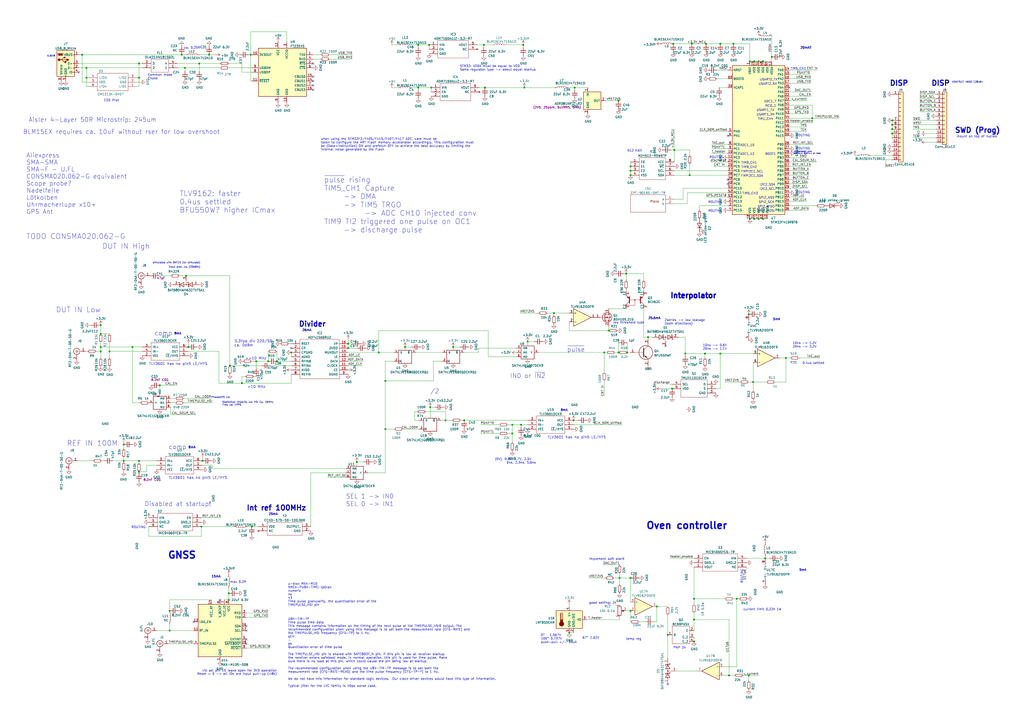
<source format=kicad_sch>
(kicad_sch (version 20211123) (generator eeschema)
  (paper "A2")
  (title_block (title "microcntr") (date "2023-08-04"))
  (junction (at 50.165 45.085))
  (junction (at 391.16 86.995))
  (junction (at 353.06 191.77))
  (junction (at 148.59 209.55))
  (junction (at 434.34 182.245))
  (junction (at 76.835 201.295))
  (junction (at 517.525 74.93))
  (junction (at 58.42 203.835))
  (junction (at 401.32 25.4))
  (junction (at 471.17 68.58))
  (junction (at 365.76 101.6))
  (junction (at 417.83 25.4))
  (junction (at 105.41 31.75))
  (junction (at 408.94 205.105))
  (junction (at 223.52 248.92))
  (junction (at 422.91 391.795))
  (junction (at 321.31 181.61))
  (junction (at 330.2 367.03))
  (junction (at 109.22 201.295))
  (junction (at 207.01 267.97))
  (junction (at 98.425 354.33))
  (junction (at 242.57 50.8))
  (junction (at 140.335 222.25))
  (junction (at 58.42 188.595))
  (junction (at 80.645 267.335))
  (junction (at 447.675 33.02))
  (junction (at 517.525 77.47))
  (junction (at 132.715 344.17))
  (junction (at 381 351.79))
  (junction (at 223.52 220.98))
  (junction (at 258.445 243.84))
  (junction (at 116.84 305.435))
  (junction (at 517.525 72.39))
  (junction (at 107.95 160.02))
  (junction (at 436.88 221.615))
  (junction (at 409.575 25.4))
  (junction (at 443.865 323.85))
  (junction (at 71.755 257.81))
  (junction (at 219.71 204.47))
  (junction (at 133.35 212.09))
  (junction (at 363.855 204.47))
  (junction (at 358.775 58.42))
  (junction (at 387.35 368.3))
  (junction (at 437.515 35.56))
  (junction (at 297.18 251.46))
  (junction (at 281.305 50.8))
  (junction (at 145.415 31.75))
  (junction (at 442.595 35.56))
  (junction (at 168.91 204.47))
  (junction (at 434.975 127))
  (junction (at 358.775 204.47))
  (junction (at 365.76 96.52))
  (junction (at 146.05 305.435))
  (junction (at 58.42 193.675))
  (junction (at 117.475 267.335))
  (junction (at 333.375 50.8))
  (junction (at 440.055 127))
  (junction (at 92.71 223.52))
  (junction (at 427.355 347.345))
  (junction (at 434.34 391.795))
  (junction (at 365.76 99.06))
  (junction (at 417.83 205.105))
  (junction (at 63.5 203.835))
  (junction (at 455.93 207.645))
  (junction (at 262.89 201.295))
  (junction (at 201.93 201.93))
  (junction (at 80.645 45.085))
  (junction (at 332.74 243.84))
  (junction (at 58.42 201.295))
  (junction (at 363.22 158.75))
  (junction (at 359.41 335.28))
  (junction (at 517.525 69.85))
  (junction (at 280.67 26.035))
  (junction (at 71.755 267.335))
  (junction (at 442.595 127))
  (junction (at 201.93 199.39))
  (junction (at 365.76 354.33))
  (junction (at 160.655 209.55))
  (junction (at 80.645 36.83))
  (junction (at 121.285 31.75))
  (junction (at 303.53 26.035))
  (junction (at 248.92 26.035))
  (junction (at 234.95 201.295))
  (junction (at 425.45 25.4))
  (junction (at 440.055 35.56))
  (junction (at 350.52 204.47))
  (junction (at 306.07 198.12))
  (junction (at 397.51 205.105))
  (junction (at 365.76 335.28))
  (junction (at 402.59 359.41))
  (junction (at 402.59 347.345))
  (junction (at 47.625 31.75))
  (junction (at 297.18 246.38))
  (junction (at 304.165 50.8))
  (junction (at 390.525 25.4))
  (junction (at 269.24 243.84))
  (junction (at 434.975 35.56))
  (junction (at 402.59 372.11))
  (junction (at 249.555 236.22))
  (junction (at 250.19 50.8))
  (junction (at 400.05 101.6))
  (junction (at 98.425 365.76))
  (junction (at 132.715 347.98))
  (junction (at 107.315 39.37))
  (junction (at 375.92 195.58))
  (junction (at 389.89 225.425))
  (junction (at 302.26 246.38))
  (junction (at 242.57 26.035))
  (junction (at 115.57 36.83))
  (junction (at 437.515 127))
  (junction (at 155.575 209.55))
  (junction (at 80.645 273.685))
  (junction (at 50.165 39.37))
  (no_connect (at 457.835 50.8))
  (no_connect (at 422.275 104.14))
  (no_connect (at 181.61 36.83))
  (no_connect (at 181.61 52.07))
  (no_connect (at 181.61 49.53))
  (no_connect (at 181.61 46.99))
  (no_connect (at 422.275 78.74))
  (no_connect (at 168.91 201.93))
  (no_connect (at 422.275 106.68))
  (no_connect (at 387.35 396.875))
  (no_connect (at 45.72 41.91))
  (no_connect (at 181.61 44.45))
  (no_connect (at 112.395 360.68))
  (no_connect (at 127.635 347.98))
  (no_connect (at 142.875 365.76))
  (no_connect (at 142.875 373.38))
  (no_connect (at 142.875 363.22))
  (no_connect (at 142.875 370.84))
  (no_connect (at 386.08 200.66))
  (wire (pts (xy 240.665 238.76) (xy 241.935 238.76)))
  (wire (pts (xy 160.655 209.55) (xy 168.91 209.55)))
  (wire (pts (xy 47.625 47.625) (xy 47.625 31.75)))
  (wire (pts (xy 247.015 238.76) (xy 258.445 238.76)))
  (wire (pts (xy 258.445 243.84) (xy 262.255 243.84)))
  (wire (pts (xy 471.17 68.58) (xy 457.835 68.58)))
  (wire (pts (xy 387.35 356.87) (xy 387.35 368.3)))
  (wire (pts (xy 350.52 215.9) (xy 350.52 204.47)))
  (wire (pts (xy 47.625 31.75) (xy 105.41 31.75)))
  (wire (pts (xy 63.5 203.835) (xy 82.55 203.835)))
  (wire (pts (xy 317.5 181.61) (xy 321.31 181.61)))
  (wire (pts (xy 250.19 50.8) (xy 250.19 53.34)))
  (wire (pts (xy 127 222.25) (xy 127 203.835)))
  (wire (pts (xy 373.38 158.75) (xy 363.22 158.75)))
  (wire (pts (xy 353.06 189.23) (xy 353.06 191.77)))
  (wire (pts (xy 51.435 47.625) (xy 47.625 47.625)))
  (wire (pts (xy 294.64 251.46) (xy 297.18 251.46)))
  (wire (pts (xy 457.835 73.66) (xy 467.995 73.66)))
  (wire (pts (xy 140.335 218.44) (xy 140.335 222.25)))
  (wire (pts (xy 408.94 205.105) (xy 408.94 207.645)))
  (wire (pts (xy 201.93 207.01) (xy 208.915 207.01)))
  (wire (pts (xy 58.42 201.295) (xy 58.42 203.835)))
  (wire (pts (xy 457.835 53.34) (xy 470.535 53.34)))
  (wire (pts (xy 86.36 311.15) (xy 116.84 311.15)))
  (wire (pts (xy 358.775 198.755) (xy 358.775 204.47)))
  (wire (pts (xy 160.655 203.835) (xy 160.655 209.55)))
  (wire (pts (xy 365.76 354.33) (xy 365.76 360.68)))
  (wire (pts (xy 400.05 90.17) (xy 400.05 86.995)))
  (wire (pts (xy 449.58 221.615) (xy 455.93 221.615)))
  (wire (pts (xy 469.265 101.6) (xy 457.835 101.6)))
  (wire (pts (xy 402.59 355.6) (xy 402.59 359.41)))
  (wire (pts (xy 117.602 265.43) (xy 117.602 267.335)))
  (wire (pts (xy 529.59 74.93) (xy 542.925 74.93)))
  (wire (pts (xy 58.42 188.595) (xy 57.785 188.595)))
  (wire (pts (xy 349.885 327.66) (xy 359.41 327.66)))
  (wire (pts (xy 396.24 109.22) (xy 396.24 115.57)))
  (wire (pts (xy 299.72 207.01) (xy 283.21 207.01)))
  (wire (pts (xy 440.055 127) (xy 442.595 127)))
  (wire (pts (xy 401.32 25.4) (xy 409.575 25.4)))
  (wire (pts (xy 140.335 41.91) (xy 146.05 41.91)))
  (wire (pts (xy 402.59 347.345) (xy 402.59 350.52)))
  (wire (pts (xy 76.835 201.295) (xy 82.55 201.295)))
  (wire (pts (xy 414.02 96.52) (xy 422.275 96.52)))
  (wire (pts (xy 517.525 74.93) (xy 517.525 77.47)))
  (wire (pts (xy 365.76 96.52) (xy 365.76 99.06)))
  (wire (pts (xy 391.16 99.06) (xy 422.275 99.06)))
  (wire (pts (xy 81.28 233.68) (xy 76.835 233.68)))
  (wire (pts (xy 85.09 273.685) (xy 80.645 273.685)))
  (wire (pts (xy 303.53 26.035) (xy 303.53 27.305)))
  (wire (pts (xy 381 351.79) (xy 387.35 351.79)))
  (wire (pts (xy 85.09 269.875) (xy 85.09 273.685)))
  (wire (pts (xy 330.2 350.52) (xy 330.2 351.79)))
  (wire (pts (xy 223.52 274.32) (xy 223.52 248.92)))
  (wire (pts (xy 219.71 191.77) (xy 219.71 204.47)))
  (wire (pts (xy 437.515 35.56) (xy 440.055 35.56)))
  (wire (pts (xy 80.645 267.335) (xy 80.645 268.605)))
  (wire (pts (xy 457.835 83.82) (xy 471.805 83.82)))
  (wire (pts (xy 469.9 43.18) (xy 457.835 43.18)))
  (wire (pts (xy 238.76 50.8) (xy 242.57 50.8)))
  (wire (pts (xy 457.835 40.64) (xy 474.345 40.64)))
  (wire (pts (xy 330.2 191.77) (xy 330.2 186.69)))
  (wire (pts (xy 80.645 273.685) (xy 80.645 274.447)))
  (wire (pts (xy 517.525 77.47) (xy 517.525 80.01)))
  (wire (pts (xy 383.54 25.4) (xy 382.905 25.4)))
  (wire (pts (xy 434.975 35.56) (xy 434.975 25.4)))
  (wire (pts (xy 79.375 45.085) (xy 80.645 45.085)))
  (wire (pts (xy 388.62 323.85) (xy 402.59 323.85)))
  (wire (pts (xy 266.7 201.295) (xy 262.89 201.295)))
  (wire (pts (xy 471.17 60.96) (xy 471.17 68.58)))
  (wire (pts (xy 109.347 201.295) (xy 109.22 201.295)))
  (wire (pts (xy 440.055 35.56) (xy 442.595 35.56)))
  (wire (pts (xy 106.68 233.68) (xy 123.19 233.68)))
  (wire (pts (xy 92.71 223.52) (xy 92.71 229.87)))
  (wire (pts (xy 537.21 77.47) (xy 542.925 77.47)))
  (wire (pts (xy 330.2 191.77) (xy 353.06 191.77)))
  (wire (pts (xy 351.155 58.42) (xy 358.775 58.42)))
  (wire (pts (xy 115.57 31.75) (xy 121.285 31.75)))
  (wire (pts (xy 341.63 335.28) (xy 351.155 335.28)))
  (wire (pts (xy 280.67 26.035) (xy 280.67 27.305)))
  (wire (pts (xy 146.05 209.55) (xy 148.59 209.55)))
  (wire (pts (xy 332.74 243.84) (xy 335.28 243.84)))
  (wire (pts (xy 365.76 335.28) (xy 365.76 349.25)))
  (wire (pts (xy 457.835 60.96) (xy 471.17 60.96)))
  (wire (pts (xy 359.41 335.28) (xy 365.76 335.28)))
  (wire (pts (xy 115.57 36.83) (xy 127.635 36.83)))
  (wire (pts (xy 457.835 58.42) (xy 467.995 58.42)))
  (wire (pts (xy 128.27 300.355) (xy 116.84 300.355)))
  (wire (pts (xy 80.645 50.165) (xy 80.645 45.085)))
  (wire (pts (xy 442.595 35.56) (xy 445.135 35.56)))
  (wire (pts (xy 517.525 72.39) (xy 517.525 74.93)))
  (wire (pts (xy 121.285 31.75) (xy 125.095 31.75)))
  (wire (pts (xy 132.715 36.83) (xy 140.335 36.83)))
  (wire (pts (xy 304.165 50.8) (xy 321.945 50.8)))
  (wire (pts (xy 142.875 375.92) (xy 156.845 375.92)))
  (wire (pts (xy 248.92 26.035) (xy 248.92 28.575)))
  (wire (pts (xy 363.22 158.75) (xy 363.22 162.56)))
  (wire (pts (xy 457.835 66.04) (xy 469.265 66.04)))
  (wire (pts (xy 422.91 359.41) (xy 402.59 359.41)))
  (wire (pts (xy 468.63 109.22) (xy 457.835 109.22)))
  (wire (pts (xy 98.425 347.98) (xy 98.425 354.33)))
  (wire (pts (xy 97.79 373.38) (xy 112.395 373.38)))
  (wire (pts (xy 529.59 72.39) (xy 542.925 72.39)))
  (wire (pts (xy 422.91 359.41) (xy 422.91 391.795)))
  (wire (pts (xy 71.755 256.54) (xy 71.755 257.81)))
  (wire (pts (xy 359.41 335.28) (xy 359.41 339.09)))
  (wire (pts (xy 201.93 196.85) (xy 201.93 199.39)))
  (wire (pts (xy 238.76 26.035) (xy 242.57 26.035)))
  (wire (pts (xy 415.29 225.425) (xy 417.83 225.425)))
  (wire (pts (xy 436.88 210.185) (xy 436.88 221.615)))
  (wire (pts (xy 127 222.25) (xy 140.335 222.25)))
  (wire (pts (xy 50.165 39.37) (xy 50.165 45.085)))
  (wire (pts (xy 457.835 71.12) (xy 471.805 71.12)))
  (wire (pts (xy 391.16 101.6) (xy 400.05 101.6)))
  (wire (pts (xy 278.765 246.38) (xy 289.56 246.38)))
  (wire (pts (xy 294.64 246.38) (xy 297.18 246.38)))
  (wire (pts (xy 379.095 360.68) (xy 381 360.68)))
  (wire (pts (xy 533.4 59.69) (xy 542.925 59.69)))
  (wire (pts (xy 356.87 204.47) (xy 358.775 204.47)))
  (wire (pts (xy 180.34 274.32) (xy 200.66 274.32)))
  (wire (pts (xy 412.115 93.98) (xy 422.275 93.98)))
  (wire (pts (xy 321.31 181.61) (xy 330.2 181.61)))
  (wire (pts (xy 213.36 274.32) (xy 223.52 274.32)))
  (wire (pts (xy 417.83 225.425) (xy 417.83 205.105)))
  (wire (pts (xy 148.59 209.55) (xy 148.59 213.36)))
  (wire (pts (xy 80.645 36.83) (xy 82.55 36.83)))
  (wire (pts (xy 65.405 267.335) (xy 71.755 267.335)))
  (wire (pts (xy 132.715 344.17) (xy 132.715 347.98)))
  (wire (pts (xy 373.38 195.58) (xy 375.92 195.58)))
  (wire (pts (xy 105.41 31.75) (xy 107.95 31.75)))
  (wire (pts (xy 469.265 99.06) (xy 457.835 99.06)))
  (wire (pts (xy 207.01 267.97) (xy 207.01 270.51)))
  (wire (pts (xy 306.07 198.12) (xy 306.07 200.66)))
  (wire (pts (xy 71.755 273.05) (xy 71.755 273.685)))
  (wire (pts (xy 98.425 365.76) (xy 112.395 365.76)))
  (wire (pts (xy 168.91 217.17) (xy 168.91 222.25)))
  (wire (pts (xy 495.935 90.17) (xy 497.205 90.17)))
  (wire (pts (xy 145.415 46.99) (xy 145.415 31.75)))
  (wire (pts (xy 227.33 26.035) (xy 231.14 26.035)))
  (wire (pts (xy 132.715 39.37) (xy 146.05 39.37)))
  (wire (pts (xy 181.61 31.75) (xy 186.055 31.75)))
  (wire (pts (xy 81.28 47.625) (xy 79.375 47.625)))
  (wire (pts (xy 457.835 96.52) (xy 470.535 96.52)))
  (wire (pts (xy 455.93 207.645) (xy 455.93 221.615)))
  (wire (pts (xy 529.59 80.01) (xy 542.925 80.01)))
  (wire (pts (xy 201.93 199.39) (xy 201.93 201.93)))
  (wire (pts (xy 256.54 209.55) (xy 251.46 209.55)))
  (wire (pts (xy 457.835 55.88) (xy 470.535 55.88)))
  (wire (pts (xy 251.46 220.98) (xy 223.52 220.98)))
  (wire (pts (xy 402.59 359.41) (xy 402.59 365.76)))
  (wire (pts (xy 201.93 199.39) (xy 204.47 199.39)))
  (wire (pts (xy 302.26 246.38) (xy 302.26 247.65)))
  (wire (pts (xy 145.415 31.75) (xy 144.145 31.75)))
  (wire (pts (xy 513.715 92.71) (xy 517.525 92.71)))
  (wire (pts (xy 297.18 251.46) (xy 297.18 246.38)))
  (wire (pts (xy 533.4 57.15) (xy 542.925 57.15)))
  (wire (pts (xy 422.91 391.795) (xy 426.085 391.795)))
  (wire (pts (xy 58.42 203.835) (xy 58.42 207.645)))
  (wire (pts (xy 434.975 127) (xy 437.515 127)))
  (wire (pts (xy 223.52 220.98) (xy 223.52 209.55)))
  (wire (pts (xy 142.24 218.44) (xy 140.335 218.44)))
  (wire (pts (xy 104.14 160.02) (xy 107.95 160.02)))
  (wire (pts (xy 189.992 276.86) (xy 200.66 276.86)))
  (wire (pts (xy 297.18 246.38) (xy 302.26 246.38)))
  (wire (pts (xy 302.26 246.38) (xy 306.07 246.38)))
  (wire (pts (xy 412.75 83.82) (xy 422.275 83.82)))
  (wire (pts (xy 58.42 201.295) (xy 76.835 201.295)))
  (wire (pts (xy 50.165 39.37) (xy 82.55 39.37)))
  (wire (pts (xy 415.925 45.72) (xy 422.275 45.72)))
  (wire (pts (xy 90.805 269.875) (xy 85.09 269.875)))
  (wire (pts (xy 397.51 195.58) (xy 397.51 205.105)))
  (wire (pts (xy 425.45 347.345) (xy 427.355 347.345)))
  (wire (pts (xy 396.24 115.57) (xy 391.16 115.57)))
  (wire (pts (xy 142.875 355.6) (xy 155.575 355.6)))
  (wire (pts (xy 146.05 46.99) (xy 145.415 46.99)))
  (wire (pts (xy 58.42 198.755) (xy 58.42 201.295)))
  (wire (pts (xy 45.72 31.75) (xy 47.625 31.75)))
  (wire (pts (xy 436.88 221.615) (xy 444.5 221.615)))
  (wire (pts (xy 80.645 267.335) (xy 90.805 267.335)))
  (wire (pts (xy 50.165 50.165) (xy 50.165 45.085)))
  (wire (pts (xy 419.735 386.715) (xy 427.355 386.715)))
  (wire (pts (xy 365.76 93.98) (xy 365.76 96.52)))
  (wire (pts (xy 469.265 104.14) (xy 457.835 104.14)))
  (wire (pts (xy 155.575 203.835) (xy 155.575 209.55)))
  (wire (pts (xy 283.21 207.01) (xy 283.21 191.77)))
  (wire (pts (xy 132.715 340.995) (xy 132.715 344.17)))
  (wire (pts (xy 201.93 204.47) (xy 219.71 204.47)))
  (wire (pts (xy 457.835 76.2) (xy 467.995 76.2)))
  (wire (pts (xy 71.755 265.43) (xy 71.755 267.335)))
  (wire (pts (xy 262.89 201.295) (xy 262.89 203.2)))
  (wire (pts (xy 537.21 82.55) (xy 542.925 82.55)))
  (wire (pts (xy 207.01 267.97) (xy 210.82 267.97)))
  (wire (pts (xy 116.84 305.435) (xy 135.89 305.435)))
  (wire (pts (xy 201.93 201.93) (xy 207.01 201.93)))
  (wire (pts (xy 99.06 233.68) (xy 101.6 233.68)))
  (wire (pts (xy 381 360.68) (xy 381 351.79)))
  (wire (pts (xy 533.4 62.23) (xy 542.925 62.23)))
  (wire (pts (xy 443.865 323.85) (xy 446.405 323.85)))
  (wire (pts (xy 402.59 369.57) (xy 402.59 372.11)))
  (wire (pts (xy 389.255 86.995) (xy 391.16 86.995)))
  (wire (pts (xy 442.595 127) (xy 445.135 127)))
  (wire (pts (xy 59.055 267.335) (xy 60.325 267.335)))
  (wire (pts (xy 463.55 207.645) (xy 475.615 207.645)))
  (wire (pts (xy 487.045 68.58) (xy 471.17 68.58)))
  (wire (pts (xy 145.415 31.75) (xy 146.05 31.75)))
  (wire (pts (xy 375.92 195.58) (xy 375.92 196.85)))
  (wire (pts (xy 228.6 248.92) (xy 223.52 248.92)))
  (wire (pts (xy 408.94 205.105) (xy 417.83 205.105)))
  (wire (pts (xy 402.59 328.93) (xy 402.59 347.345)))
  (wire (pts (xy 397.51 205.105) (xy 397.51 206.375)))
  (wire (pts (xy 356.235 335.28) (xy 359.41 335.28)))
  (wire (pts (xy 443.865 322.58) (xy 443.865 323.85)))
  (wire (pts (xy 412.75 88.9) (xy 422.275 88.9)))
  (wire (pts (xy 363.22 354.33) (xy 365.76 354.33)))
  (wire (pts (xy 363.855 198.755) (xy 363.855 204.47)))
  (wire (pts (xy 405.765 119.38) (xy 422.275 119.38)))
  (wire (pts (xy 45.72 39.37) (xy 50.165 39.37)))
  (wire (pts (xy 434.34 221.615) (xy 436.88 221.615)))
  (wire (pts (xy 447.675 33.02) (xy 447.675 35.56)))
  (wire (pts (xy 434.975 35.56) (xy 437.515 35.56)))
  (wire (pts (xy 127 203.835) (xy 109.22 203.835)))
  (wire (pts (xy 417.195 50.8) (xy 422.275 50.8)))
  (wire (pts (xy 358.775 58.42) (xy 360.045 58.42)))
  (wire (pts (xy 240.665 238.76) (xy 240.665 243.84)))
  (wire (pts (xy 278.13 50.8) (xy 281.305 50.8)))
  (wire (pts (xy 191.135 34.29) (xy 204.47 34.29)))
  (wire (pts (xy 420.37 221.615) (xy 429.26 221.615)))
  (wire (pts (xy 201.93 209.55) (xy 210.82 209.55)))
  (wire (pts (xy 99.06 231.14) (xy 101.6 231.14)))
  (wire (pts (xy 130.175 347.98) (xy 132.715 347.98)))
  (wire (pts (xy 457.835 63.5) (xy 469.265 63.5)))
  (wire (pts (xy 457.835 48.26) (xy 470.535 48.26)))
  (wire (pts (xy 427.355 347.345) (xy 427.355 386.715)))
  (wire (pts (xy 278.765 251.46) (xy 289.56 251.46)))
  (wire (pts (xy 373.38 162.56) (xy 373.38 158.75)))
  (wire (pts (xy 258.445 238.76) (xy 258.445 243.84)))
  (wire (pts (xy 422.275 109.22) (xy 396.24 109.22)))
  (wire (pts (xy 417.83 205.105) (xy 436.88 205.105)))
  (wire (pts (xy 140.335 36.83) (xy 140.335 41.91)))
  (wire (pts (xy 156.845 212.09) (xy 168.91 212.09)))
  (wire (pts (xy 122.555 347.98) (xy 98.425 347.98)))
  (wire (pts (xy 140.335 222.25) (xy 168.91 222.25)))
  (wire (pts (xy 299.72 201.93) (xy 277.495 201.93)))
  (wire (pts (xy 434.34 391.795) (xy 440.055 391.795)))
  (wire (pts (xy 167.64 199.39) (xy 168.91 199.39)))
  (wire (pts (xy 281.305 50.8) (xy 304.165 50.8)))
  (wire (pts (xy 365.76 99.06) (xy 365.76 101.6)))
  (wire (pts (xy 102.87 39.37) (xy 107.315 39.37)))
  (wire (pts (xy 504.825 90.17) (xy 517.525 90.17)))
  (wire (pts (xy 434.975 25.4) (xy 425.45 25.4)))
  (wire (pts (xy 390.525 25.4) (xy 401.32 25.4)))
  (wire (pts (xy 234.95 201.295) (xy 234.95 203.2)))
  (wire (pts (xy 49.53 203.835) (xy 50.8 203.835)))
  (wire (pts (xy 79.375 50.165) (xy 80.645 50.165)))
  (wire (pts (xy 391.16 118.11) (xy 398.78 118.11)))
  (wire (pts (xy 63.5 203.835) (xy 63.5 207.645)))
  (wire (pts (xy 392.43 389.255) (xy 404.495 389.255)))
  (wire (pts (xy 145.415 18.415) (xy 145.415 31.75)))
  (wire (pts (xy 234.95 201.295) (xy 238.76 201.295)))
  (wire (pts (xy 388.62 222.885) (xy 389.89 222.885)))
  (wire (pts (xy 447.675 20.32) (xy 447.675 33.02)))
  (wire (pts (xy 148.59 209.55) (xy 155.575 209.55)))
  (wire (pts (xy 415.925 40.64) (xy 422.275 40.64)))
  (wire (pts (xy 227.33 50.8) (xy 231.14 50.8)))
  (wire (pts (xy 329.565 50.8) (xy 333.375 50.8)))
  (wire (pts (xy 363.855 204.47) (xy 365.76 204.47)))
  (wire (pts (xy 63.5 212.725) (xy 63.5 212.979)))
  (wire (pts (xy 133.35 212.09) (xy 151.765 212.09)))
  (wire (pts (xy 51.435 50.165) (xy 50.165 50.165)))
  (wire (pts (xy 405.765 121.92) (xy 405.765 119.38)))
  (wire (pts (xy 71.755 267.335) (xy 71.755 267.97)))
  (wire (pts (xy 99.06 236.22) (xy 99.06 240.665)))
  (wire (pts (xy 533.4 54.61) (xy 542.925 54.61)))
  (wire (pts (xy 398.78 118.11) (xy 398.78 111.76)))
  (wire (pts (xy 90.805 365.76) (xy 98.425 365.76)))
  (wire (pts (xy 58.42 193.675) (xy 63.5 193.675)))
  (wire (pts (xy 457.835 121.92) (xy 469.265 121.92)))
  (wire (pts (xy 373.38 167.64) (xy 373.38 168.91)))
  (wire (pts (xy 106.68 231.14) (xy 122.555 231.14)))
  (wire (pts (xy 102.87 36.83) (xy 115.57 36.83)))
  (wire (pts (xy 437.515 127) (xy 440.055 127)))
  (wire (pts (xy 219.71 204.47) (xy 228.6 204.47)))
  (wire (pts (xy 321.31 181.61) (xy 321.31 182.88)))
  (wire (pts (xy 333.375 50.8) (xy 333.375 52.07)))
  (wire (pts (xy 133.35 212.09) (xy 133.35 160.02)))
  (wire (pts (xy 398.78 111.76) (xy 422.275 111.76)))
  (wire (pts (xy 86.36 305.435) (xy 86.36 311.15)))
  (wire (pts (xy 419.735 391.795) (xy 422.91 391.795)))
  (wire (pts (xy 45.085 267.335) (xy 53.975 267.335)))
  (wire (pts (xy 143.51 305.435) (xy 146.05 305.435)))
  (wire (pts (xy 267.335 243.84) (xy 269.24 243.84)))
  (wire (pts (xy 517.525 69.85) (xy 517.525 72.39)))
  (wire (pts (xy 306.07 198.12) (xy 309.88 198.12)))
  (wire (pts (xy 387.35 368.3) (xy 387.35 381.635)))
  (wire (pts (xy 80.645 36.83) (xy 80.645 45.085)))
  (wire (pts (xy 333.375 50.8) (xy 340.995 50.8)))
  (wire (pts (xy 293.37 26.035) (xy 303.53 26.035)))
  (wire (pts (xy 367.03 354.33) (xy 365.76 354.33)))
  (wire (pts (xy 370.84 360.68) (xy 374.015 360.68)))
  (wire (pts (xy 301.625 181.61) (xy 312.42 181.61)))
  (wire (pts (xy 436.88 221.615) (xy 436.88 226.695)))
  (wire (pts (xy 533.4 64.77) (xy 542.925 64.77)))
  (wire (pts (xy 166.37 24.13) (xy 166.37 18.415)))
  (wire (pts (xy 457.835 114.3) (xy 466.725 114.3)))
  (wire (pts (xy 400.05 95.25) (xy 400.05 101.6)))
  (wire (pts (xy 473.71 93.98) (xy 457.835 93.98)))
  (wire (pts (xy 200.66 271.78) (xy 123.19 271.78)))
  (wire (pts (xy 117.602 267.335) (xy 117.475 267.335)))
  (wire (pts (xy 116.84 311.15) (xy 116.84 305.435)))
  (wire (pts (xy 255.905 243.84) (xy 258.445 243.84)))
  (wire (pts (xy 76.835 201.295) (xy 76.835 233.68)))
  (wire (pts (xy 223.52 220.98) (xy 223.52 248.92)))
  (wire (pts (xy 363.22 179.07) (xy 353.06 179.07)))
  (wire (pts (xy 391.16 74.93) (xy 391.16 86.995)))
  (wire (pts (xy 115.57 36.83) (xy 115.57 41.275)))
  (wire (pts (xy 409.575 25.4) (xy 417.83 25.4)))
  (wire (pts (xy 98.425 361.95) (xy 98.425 365.76)))
  (wire (pts (xy 50.165 45.085) (xy 51.435 45.085)))
  (wire (pts (xy 269.24 243.84) (xy 306.07 243.84)))
  (wire (pts (xy 168.91 204.47) (xy 168.91 207.01)))
  (wire (pts (xy 433.07 323.85) (xy 443.865 323.85)))
  (wire (pts (xy 297.18 251.46) (xy 297.18 256.54)))
  (wire (pts (xy 400.05 101.6) (xy 422.275 101.6)))
  (wire (pts (xy 405.765 76.2) (xy 422.275 76.2)))
  (wire (pts (xy 241.3 204.47) (xy 256.54 204.47)))
  (wire (pts (xy 433.07 328.93) (xy 433.07 330.2)))
  (wire (pts (xy 99.06 240.665) (xy 113.665 240.665)))
  (wire (pts (xy 280.67 26.035) (xy 285.75 26.035)))
  (wire (pts (xy 71.755 267.335) (xy 80.645 267.335)))
  (wire (pts (xy 58.42 188.595) (xy 58.42 193.675)))
  (wire (pts (xy 457.835 119.38) (xy 473.71 119.38)))
  (wire (pts (xy 142.875 358.14) (xy 155.575 358.14)))
  (wire (pts (xy 55.88 203.835) (xy 58.42 203.835)))
  (wire (pts (xy 340.36 359.41) (xy 359.41 359.41)))
  (wire (pts (xy 71.755 257.81) (xy 71.755 260.35)))
  (wire (pts (xy 350.52 204.47) (xy 351.79 204.47)))
  (wire (pts (xy 63.5 198.755) (xy 63.5 203.835)))
  (wire (pts (xy 457.835 116.84) (xy 467.995 116.84)))
  (wire (pts (xy 361.95 158.75) (xy 363.22 158.75)))
  (wire (pts (xy 277.495 201.93) (xy 277.495 204.47)))
  (wire (pts (xy 166.37 18.415) (xy 145.415 18.415)))
  (wire (pts (xy 455.93 207.645) (xy 458.47 207.645)))
  (wire (pts (xy 146.05 305.435) (xy 149.86 305.435)))
  (wire (pts (xy 242.57 50.8) (xy 242.57 52.07)))
  (wire (pts (xy 109.347 199.39) (xy 109.347 201.295)))
  (wire (pts (xy 223.52 209.55) (xy 228.6 209.55)))
  (wire (pts (xy 332.74 246.38) (xy 360.68 246.38)))
  (wire (pts (xy 181.61 34.29) (xy 186.055 34.29)))
  (wire (pts (xy 383.54 225.425) (xy 389.89 225.425)))
  (wire (pts (xy 242.57 26.035) (xy 242.57 27.305)))
  (wire (pts (xy 312.42 204.47) (xy 350.52 204.47)))
  (wire (pts (xy 45.72 36.83) (xy 80.645 36.83)))
  (wire (pts (xy 180.34 305.435) (xy 180.34 274.32)))
  (wire (pts (xy 427.355 347.345) (xy 428.625 347.345)))
  (wire (pts (xy 123.19 269.875) (xy 117.475 269.875)))
  (wire (pts (xy 243.205 243.84) (xy 240.665 243.84)))
  (wire (pts (xy 277.495 204.47) (xy 269.24 204.47)))
  (wire (pts (xy 107.315 39.37) (xy 107.315 41.275)))
  (wire (pts (xy 233.68 248.92) (xy 243.205 248.92)))
  (wire (pts (xy 123.19 271.78) (xy 123.19 269.875)))
  (wire (pts (xy 452.12 207.645) (xy 455.93 207.645)))
  (wire (pts (xy 330.2 367.03) (xy 332.74 367.03)))
  (wire (pts (xy 412.75 86.36) (xy 422.275 86.36)))
  (wire (pts (xy 468.63 106.68) (xy 457.835 106.68)))
  (wire (pts (xy 373.38 179.07) (xy 373.38 195.58)))
  (wire (pts (xy 359.41 359.41) (xy 359.41 358.14)))
  (wire (pts (xy 457.835 45.72) (xy 470.535 45.72)))
  (wire (pts (xy 375.92 195.58) (xy 378.46 195.58)))
  (wire (pts (xy 92.71 223.52) (xy 102.87 223.52)))
  (wire (pts (xy 457.835 91.44) (xy 467.995 91.44)))
  (wire (pts (xy 359.41 332.74) (xy 359.41 335.28)))
  (wire (pts (xy 417.83 25.4) (xy 425.45 25.4)))
  (wire (pts (xy 409.575 114.3) (xy 422.275 114.3)))
  (wire (pts (xy 397.51 205.105) (xy 408.94 205.105)))
  (wire (pts (xy 276.86 26.035) (xy 280.67 26.035)))
  (wire (pts (xy 249.555 236.22) (xy 249.555 242.57)))
  (wire (pts (xy 350.52 220.98) (xy 350.52 229.87)))
  (wire (pts (xy 400.05 86.995) (xy 391.16 86.995)))
  (wire (pts (xy 529.59 69.85) (xy 542.925 69.85)))
  (wire (pts (xy 513.715 97.155) (xy 513.715 92.71)))
  (wire (pts (xy 242.57 50.8) (xy 250.19 50.8)))
  (wire (pts (xy 147.32 218.44) (xy 148.59 218.44)))
  (wire (pts (xy 434.34 391.795) (xy 434.34 394.97)))
  (wire (pts (xy 107.95 160.02) (xy 133.35 160.02)))
  (wire (pts (xy 431.165 391.795) (xy 434.34 391.795)))
  (wire (pts (xy 393.7 195.58) (xy 397.51 195.58)))
  (wire (pts (xy 363.22 167.64) (xy 363.22 168.91)))
  (wire (pts (xy 249.555 236.22) (xy 252.095 236.22)))
  (wire (pts (xy 191.135 31.75) (xy 204.47 31.75)))
  (wire (pts (xy 391.16 86.995) (xy 391.16 93.98)))
  (wire (pts (xy 92.075 160.02) (xy 99.06 160.02)))
  (wire (pts (xy 107.315 39.37) (xy 127.635 39.37)))
  (wire (pts (xy 402.59 347.345) (xy 420.37 347.345)))
  (wire (pts (xy 52.705 188.595) (xy 52.07 188.595)))
  (wire (pts (xy 242.57 26.035) (xy 248.92 26.035)))
  (wire (pts (xy 201.93 212.09) (xy 210.185 212.09)))
  (wire (pts (xy 251.46 209.55) (xy 251.46 220.98)))
  (wire (pts (xy 283.21 191.77) (xy 219.71 191.77)))
  (text "ADC1_10" (at 429.26 85.09 0) (effects (font (size 1.27 1.27)) (justify left bottom)))
  (text "comp" (at 89.535 194.945 0) (effects (font (size 2.54 2.54)) (justify left bottom)))
  (text "PNP 2A" (at 390.525 376.555 0) (effects (font (size 1.27 1.27)) (justify left bottom)))
  (text "512 Kbit" (at 363.855 88.265 0) (effects (font (size 1.27 1.27)) (justify left bottom)))
  (text "ADC1_7" (at 443.23 59.69 0) (effects (font (size 1.27 1.27)) (justify left bottom)))
  (text "ESD Prot" (at 60.325 59.055 0) (effects (font (size 1.27 1.27)) (justify left bottom)))
  (text "TLV3601 has no pin5 LE/HYS\n" (at 97.79 278.13 0) (effects (font (size 1.5 1.5)) (justify left bottom)))
  (text "temp reg\n" (at 363.22 371.475 0) (effects (font (size 1.27 1.27)) (justify left bottom)))
  (text "3.3Vpp div 220/50\nca. 0dBm" (at 135.89 201.295 0) (effects (font (size 1.5 1.5)) (justify left bottom)))
  (text "Statistical linearity cal HSI Ca. 16MHz\nFreq cal 1PPS" (at 128.905 235.585 0) (effects (font (size 1 1)) (justify left bottom)))
  (text "when using the STM32F2/F405/F415/F407/F417 ADC, care must be\ntaken to configure the ART Flash memory accelerator accordingly. This configuration must\nbe (Data+Instruction) ON and prefetch OFF to achieve the best accuracy by limiting the\ninternal noise generated by the Flash" (at 186.055 87.63 0) (effects (font (size 1.27 1.27)) (justify left bottom)))
  (text "Oven controller" (at 374.65 307.34 0) (effects (font (size 4 4) (thickness 0.8) bold) (justify left bottom)))
  (text "0°   1.567V\n100° 0.737V\npush-pull +/- 50uA\n" (at 313.69 373.38 0) (effects (font (size 1.27 1.27)) (justify left bottom)))
  (text "SEL 0 -> IN1" (at 200.66 294.005 0) (effects (font (size 2.54 2.54)) (justify left bottom)))
  (text "(0V), 0.8V, 1.7V, 2.5V\n       0ns, 2.3ns, 5.6ns" (at 287.02 269.24 0) (effects (font (size 1.27 1.27)) (justify left bottom)))
  (text "D_SCK!!\n" (at 27.305 33.02 0) (effects (font (size 0.8 0.8) (thickness 0.16) bold) (justify left bottom)))
  (text "input prot. ca. (20dBm)" (at 116.205 155.575 180) (effects (font (size 1 1)) (justify right bottom)))
  (text "SPI2_NSS" (at 440.055 115.57 0) (effects (font (size 1.27 1.27)) (justify left bottom)))
  (text "good setting: 2k" (at 341.63 350.52 0) (effects (font (size 1.27 1.27)) (justify left bottom)))
  (text "DUT IN Low" (at 32.385 181.61 0) (effects (font (size 3 3)) (justify left bottom)))
  (text ">=10 MHz" (at 142.24 208.915 0) (effects (font (size 1.5 1.5)) (justify left bottom)))
  (text "FMPI2C1_SDA" (at 429.895 102.87 0) (effects (font (size 1.27 1.27)) (justify left bottom)))
  (text "IN0 or ~{IN2}" (at 295.91 219.71 0) (effects (font (size 2.54 2.54)) (justify left bottom)))
  (text "TIM5_CH3" (at 430.53 113.03 0) (effects (font (size 1.27 1.27)) (justify left bottom)))
  (text "SWD (Prog)" (at 580.39 77.47 180) (effects (font (size 3 3) (thickness 0.6) bold) (justify right bottom)))
  (text "Disabled at startup!" (at 83.82 294.005 0) (effects (font (size 2.54 2.54)) (justify left bottom)))
  (text "SPI2_MISO" (at 439.42 120.65 0) (effects (font (size 1.27 1.27)) (justify left bottom)))
  (text "SPI2_MOSI" (at 439.42 123.19 0) (effects (font (size 1.27 1.27)) (justify left bottom)))
  (text "DISP" (at 527.05 50.165 180) (effects (font (size 3 3) (thickness 0.6) bold) (justify right bottom)))
  (text "BOOT1" (at 443.865 90.17 0) (effects (font (size 1.27 1.27)) (justify left bottom)))
  (text "ROUTING" (at 411.48 92.075 0) (effects (font (size 1.27 1.27)) (justify left bottom)))
  (text "/2" (at 249.555 228.6 0) (effects (font (size 2.54 2.54)) (justify left bottom)))
  (text "ROUTING" (at 461.645 79.375 0) (effects (font (size 1.27 1.27)) (justify left bottom)))
  (text "Interpolator" (at 388.62 173.355 0) (effects (font (size 3 3) (thickness 0.8) bold) (justify left bottom)))
  (text "ROUTING" (at 461.645 112.395 0) (effects (font (size 1.27 1.27)) (justify left bottom)))
  (text "USART2_TX\n" (at 440.69 46.99 0) (effects (font (size 1.27 1.27)) (justify left bottom)))
  (text "TIM5_CH1" (at 458.47 40.64 0) (effects (font (size 1.27 1.27)) (justify left bottom)))
  (text "I2C2_SDA" (at 440.69 107.95 0) (effects (font (size 1.27 1.27)) (justify left bottom)))
  (text "Aisler 4-Layer 50R Microstrip: 245um" (at 16.51 71.12 0) (effects (font (size 2.54 2.54)) (justify left bottom)))
  (text "ADAFRUIT 4650 128x64" (at 570.23 48.26 180) (effects (font (size 1 1)) (justify right bottom)))
  (text "MCO_1" (at 443.865 62.23 0) (effects (font (size 1.27 1.27)) (justify left bottom)))
  (text "USART2_RX\n" (at 440.055 49.53 0) (effects (font (size 1.27 1.27)) (justify left bottom)))
  (text "8mA" (at 100.965 194.31 0) (effects (font (size 1.27 1.27) (thickness 0.254) bold) (justify left bottom)))
  (text "I2C2_SCL" (at 440.69 110.49 0) (effects (font (size 1.27 1.27)) (justify left bottom)))
  (text "25mA" (at 161.29 299.085 180) (effects (font (size 1.27 1.27) (thickness 0.254) bold) (justify right bottom)))
  (text "Divider" (at 189.23 189.865 180) (effects (font (size 3 3) (thickness 0.6) bold) (justify right bottom)))
  (text "USART1_RX" (at 438.785 67.31 0) (effects (font (size 1.27 1.27)) (justify left bottom)))
  (text "TIM1_CH4" (at 439.42 69.85 0) (effects (font (size 1.27 1.27)) (justify left bottom)))
  (text "ROUTING" (at 419.1 118.11 180) (effects (font (size 1.27 1.27)) (justify right bottom)))
  (text "<10 MHz" (at 143.51 225.425 0) (effects (font (size 1.5 1.5)) (justify left bottom)))
  (text "15mA" (at 122.555 335.28 0) (effects (font (size 1.27 1.27) (thickness 0.254) bold) (justify left bottom)))
  (text "10ns -> 1.2V\n20ns -> 2.2V" (at 459.74 201.93 0) (effects (font (size 1.27 1.27)) (justify left bottom)))
  (text "SEL 1 -> IN0\n" (at 200.66 289.56 0) (effects (font (size 2.54 2.54)) (justify left bottom)))
  (text "10ns -> 0.6V\n20ns -> 1.1V" (at 407.67 203.2 0) (effects (font (size 1.27 1.27)) (justify left bottom)))
  (text "TLV3601 has no pin5 LE/HYS\n" (at 86.36 212.09 0) (effects (font (size 1.5 1.5)) (justify left bottom)))
  (text "en bootloader when \nBOOT0=H, BOOT1=L on reset" (at 460.375 89.535 0) (effects (font (size 0.7 0.7)) (justify left bottom)))
  (text "TIM9_CH1" (at 429.895 95.25 0) (effects (font (size 1.27 1.27)) (justify left bottom)))
  (text "FMPI2C1_SCL" (at 429.895 100.33 0) (effects (font (size 1.27 1.27)) (justify left bottom)))
  (text "vio sel pin 15 leave open for 3V3 operation" (at 160.655 389.89 180) (effects (font (size 1.27 1.27)) (justify right bottom)))
  (text "SPI2_SCK" (at 440.055 118.11 0) (effects (font (size 1.27 1.27)) (justify left bottom)))
  (text "ROUTING" (at 419.1 123.19 180) (effects (font (size 1.27 1.27)) (justify right bottom)))
  (text "20mA?" (at 464.185 28.575 0) (effects (font (size 1.27 1.27) (thickness 0.254) bold) (justify left bottom)))
  (text "Common mode\nChoke" (at 85.725 46.355 0) (effects (font (size 1.27 1.27)) (justify left bottom)))
  (text "ROUTING" (at 431.165 338.455 90) (effects (font (size 1.27 1.27)) (justify left bottom)))
  (text "u-blox MAX-M10\nNMEA-PUBX-TIME: tpGran\nnumeric\nns\n43\nTime pulse granularity, the quantization error of the\nTIMEPULSE_HSI pin" (at 167.005 351.79 0) (effects (font (size 1.27 1.27)) (justify left bottom)))
  (text "USART1_TX" (at 438.785 64.77 0) (effects (font (size 1.27 1.27)) (justify left bottom)))
  (text "Int ref 100MHz" (at 142.875 296.545 0) (effects (font (size 3 3) (thickness 0.6) bold) (justify left bottom)))
  (text "mount on top of nucleo" (at 554.99 80.01 0) (effects (font (size 1.27 1.27)) (justify left bottom)))
  (text "26mA" (at 175.26 192.405 0) (effects (font (size 1.27 1.27) (thickness 0.254) bold) (justify left bottom)))
  (text "~{pulse} rising\nTIM5_CH1 Capture \n	-> DMA\n  	-> TIM5 TRGO\n		-> ADC CH10 injected conv\nTIM9 TI2 triggered one pulse on OC1\n	-> discharge pulse" (at 187.96 135.255 0) (effects (font (size 3 3)) (justify left bottom)))
  (text "67° 1.02V" (at 337.82 370.84 0) (effects (font (size 1.27 1.27)) (justify left bottom)))
  (text "TLV3601 has no pin5 LE/HYS\n" (at 317.5 254.635 0) (effects (font (size 1.5 1.5)) (justify left bottom)))
  (text "8mA" (at 325.12 238.76 0) (effects (font (size 1.27 1.27) (thickness 0.254) bold) (justify left bottom)))
  (text "implement soft start!" (at 341.63 325.12 0) (effects (font (size 1.27 1.27)) (justify left bottom)))
  (text "ADC1_12" (at 429.26 90.17 0) (effects (font (size 1.27 1.27)) (justify left bottom)))
  (text "8mA" (at 109.22 260.35 0) (effects (font (size 1.27 1.27) (thickness 0.254) bold) (justify left bottom)))
  (text "STM32: VDDA must be equal to VDD\nSame regulator type -> about equal startup" (at 266.7 41.275 0) (effects (font (size 1.27 1.27)) (justify left bottom)))
  (text "TODO CONSMA020.062-G" (at 15.24 139.065 0) (effects (font (size 3 3)) (justify left bottom)))
  (text "BLM15EX requires ca. 10uF without rser for low overshoot" (at 13.335 78.105 0) (effects (font (size 2.54 2.54)) (justify left bottom)))
  (text "simulated with BAT15 (re-simulate)" (at 116.205 153.035 180) (effects (font (size 1 1)) (justify right bottom)))
  (text "DUT IN High\n" (at 86.995 144.78 180) (effects (font (size 3 3)) (justify right bottom)))
  (text "DISP" (at 551.18 50.165 180) (effects (font (size 3 3) (thickness 0.6) bold) (justify right bottom)))
  (text "GNSS" (at 97.155 324.485 0) (effects (font (size 4 4) (thickness 0.8) bold) (justify left bottom)))
  (text "REF IN 100M\n" (at 38.735 259.08 0) (effects (font (size 3 3)) (justify left bottom)))
  (text "ROUTING" (at 76.2 306.705 0) (effects (font (size 1.27 1.27)) (justify left bottom)))
  (text "Phaseshift cal" (at 122.555 231.14 0) (effects (font (size 1 1)) (justify left bottom)))
  (text "TIM9_CH2" (at 429.895 97.79 0) (effects (font (size 1.27 1.27)) (justify left bottom)))
  (text "Reset = 0 -> all IOs are input pull-up (>8k)" (at 160.655 391.795 180) (effects (font (size 1.27 1.27)) (justify right bottom)))
  (text "25.6mA" (at 375.92 185.42 0) (effects (font (size 1.27 1.27) (thickness 0.254) bold) (justify left bottom)))
  (text "low threshold type\n" (at 355.6 187.96 0) (effects (font (size 1.27 1.27)) (justify left bottom)))
  (text "Aliexpress\nSMA-SMA\nSMA-F - U.FL\nCONSMA020.062-G equivalent\nScope probe?\nNadelfeile\nLötkolben\nUhrmacherlupe x10+\nGPS Ant" (at 15.24 124.46 0) (effects (font (size 2.54 2.54)) (justify left bottom)))
  (text "0.4us settled\n" (at 465.455 211.455 0) (effects (font (size 1.27 1.27)) (justify left bottom)))
  (text "TLV9162: faster\n0.4us settled\nBFU550W? higher ICmax" (at 104.14 123.825 0) (effects (font (size 3 3)) (justify left bottom)))
  (text "~{pulse}" (at 328.93 204.47 0) (effects (font (size 2.54 2.54)) (justify left bottom)))
  (text "UBX-TIM-TP\nTime pulse time data\nThis message contains information on the timing of the next pulse at the TIMEPULSE_HSI0 output. The\nrecommended configuration when using this message is to set both the measurement rate (CFG-RATE) and\nthe TIMEPULSE_HSI frequency (CFG-TP) to 1 Hz.\nqErr\n-\nps\nQuantization error of time pulse\n\nThe TIMEPULSE_HSI pin is shared with SAFEBOOT_N pin. If this pin is low at receiver startup,\nthe receiver enters safeboot mode. In normal operation, this pin is used for time pulse. Make\nsure there is no load at this pin, which could cause the pin being low at startup.\n\nThe recommended configuration when using the UBX-TIM-TP message is to set both the\nmeasurement rate (CFG-RATE-MEAS) and the time pulse frequency (CFG-TP-*) to 1 Hz.\n\nWe do not have this information for standard logic devices.  Our clock driver devices would have this type of information.\n\nTypical jitter for the LVC family is 40ps worse case." (at 167.005 398.78 0) (effects (font (size 1.27 1.27)) (justify left bottom)))
  (text "5mA" (at 463.55 331.47 0) (effects (font (size 1.27 1.27) (thickness 0.254) bold) (justify left bottom)))
  (text "comp" (at 97.79 260.985 0) (effects (font (size 2.54 2.54)) (justify left bottom)))
  (text "ROUTING" (at 461.645 86.995 0) (effects (font (size 1.27 1.27)) (justify left bottom)))
  (text "current limit 0.22A 1W" (at 431.165 354.33 0) (effects (font (size 1.27 1.27)) (justify left bottom)))
  (text "5mA" (at 448.31 186.055 0) (effects (font (size 1.27 1.27) (thickness 0.254) bold) (justify left bottom)))
  (text "max 0.2R\n" (at 142.875 338.455 180) (effects (font (size 1.27 1.27)) (justify right bottom)))
  (text "2series -> low leakage\n(both directions)" (at 385.445 188.595 0) (effects (font (size 1.27 1.27)) (justify left bottom)))
  (text "ca. 0.25R" (at 106.68 28.575 0) (effects (font (size 1.27 1.27)) (justify left bottom)))
  (label "NRST" (at 513.715 97.155 0))
  (label "GPS_RXD" (at 155.575 355.6 180))
  (label "GPS_TXD" (at 155.575 358.14 180))
  (label "CAL_100M" (at 242.57 248.92 180))
  (label "VDDA" (at 447.675 25.4 270))
  (label "REF_INT_EN" (at 470.535 96.52 180))
  (label "VREF2V5" (at 301.625 181.61 0))
  (label "NRST" (at 417.195 40.64 0))
  (label "DISP_SCL" (at 468.63 109.22 180))
  (label "USB_TXD" (at 204.47 31.75 180))
  (label "CNT in" (at 474.345 40.64 180))
  (label "PSHIFT1" (at 278.765 251.46 0))
  (label "discharge" (at 388.62 222.885 180))
  (label "ADF_DATA" (at 469.265 121.92 180))
  (label "USB_RXD" (at 204.47 34.29 180))
  (label "VREF2V5" (at 341.63 335.28 0))
  (label "v_current" (at 440.055 391.795 180))
  (label "ADF_DATA" (at 210.82 209.55 180))
  (label "+3.3V_MCU" (at 391.16 74.93 270))
  (label "TMS" (at 467.995 73.66 180))
  (label "REF_INT_SEL" (at 471.805 83.82 180))
  (label "GPS_RESET#" (at 156.845 375.92 180))
  (label "CLK_50M_shifted" (at 405.765 76.2 0))
  (label "TIMEPULSE_HSI" (at 123.19 233.68 180))
  (label "BUTTON_B" (at 469.265 101.6 180))
  (label "CAL_EN" (at 470.535 55.88 180))
  (label "GPS_TXD" (at 469.265 66.04 180))
  (label "TCK" (at 467.995 76.2 180))
  (label "DISP_SDA" (at 468.63 106.68 180))
  (label "TIMEPULSE_HSI" (at 97.79 373.38 0))
  (label "GPS_RESET#" (at 409.575 114.3 0))
  (label "TAC_out" (at 412.75 83.82 0))
  (label "T_heater" (at 349.25 359.41 180))
  (label "heater_enable" (at 471.805 71.12 180))
  (label "TMS" (at 529.59 74.93 0))
  (label "CAL_SOUR_SEL" (at 473.71 93.98 180))
  (label "T_heater" (at 412.75 88.9 0))
  (label "+3.3V_MCU" (at 409.575 25.4 180))
  (label "CAL_SOUR_SEL" (at 113.665 240.665 180))
  (label "TAC_out" (at 475.615 207.645 180))
  (label "NRST" (at 529.59 72.39 0))
  (label "REF_INT_EN" (at 128.27 300.355 180))
  (label "PSHIFT1" (at 412.75 86.36 0))
  (label "v_current" (at 467.995 58.42 180))
  (label "PSHIFT0" (at 278.765 246.38 0))
  (label "ADF_LE" (at 208.915 207.01 180))
  (label "TIMEPULSE_HSI" (at 487.045 68.58 180))
  (label "discharge" (at 412.115 93.98 0))
  (label "DAC_OUT1" (at 349.885 327.66 0))
  (label "ADF_LE" (at 466.725 114.3 180))
  (label "REF_INT_SEL" (at 189.992 276.86 0))
  (label "CAL_EN" (at 102.87 223.52 180))
  (label "PSHIFT0" (at 469.9 43.18 180))
  (label "DISP_SDA" (at 533.4 54.61 0))
  (label "U17p6" (at 422.91 372.11 270))
  (label "ADF_CLK" (at 210.185 212.09 180))
  (label "ADF_CLK" (at 467.995 116.84 180))
  (label "VREF2V5" (at 360.045 58.42 180))
  (label "GPS_RXD" (at 469.265 63.5 180))
  (label "BUTTON_A" (at 469.265 99.06 180))
  (label "TCK" (at 529.59 80.01 0))
  (label "SWO" (at 467.995 91.44 180))
  (label "DAC_OUT1" (at 470.535 53.34 180))
  (label "heater_enable" (at 388.62 323.85 0))
  (label "USB_RXD" (at 470.535 45.72 180))
  (label "BUTTON_A" (at 533.4 64.77 0))
  (label "CAL_100M" (at 122.555 231.14 180))
  (label "DISP_SCL" (at 533.4 57.15 0))
  (label "U17p6" (at 433.07 330.2 270))
  (label "USB_TXD" (at 470.535 48.26 180))
  (label "CLK_50M_shifted" (at 360.68 246.38 180))
  (label "VREF2V5" (at 420.37 221.615 0))
  (label "SWO" (at 529.59 69.85 0))
  (label "BUTTON_B" (at 533.4 62.23 0))
  (label "BUTTON_C" (at 533.4 59.69 0))
  (label "CNT in" (at 350.52 229.87 90))
  (label "CNT in" (at 414.02 96.52 0))
  (label "BUTTON_C" (at 469.265 104.14 180))
  (symbol (lib_id "Transistor_BJT:BCV62") (at 368.3 173.99 0) (unit 1)
    (property "Reference" "Q3" (at 375.6152 172.8216 0) (effects (justify left)))
    (property "Value" "BCV62C" (at 375.6152 175.133 0) (effects (justify left)))
    (property "Footprint" "Package_TO_SOT_SMD:SOT-143" (effects hide))
    (property "Datasheet" "https://assets.nexperia.com/documents/data-sheet/BCV62.pdf" (effects hide))
    (property "Manufacturer_Part_Number" "BCV62CE6327HTSA1" (effects hide))
    (property "Digikey" "BCV62CE6327HTSA1CT-ND" (effects hide))
  )
  (symbol (lib_id "Device:C_Small") (at 359.41 158.75 90) (unit 1)
    (property "Reference" "C6" (at 356.87 161.29 0) (effects (justify right)))
    (property "Value" "2.2uF" (at 356.87 152.4 0) (effects (justify right)))
    (property "Footprint" "Capacitor_SMD:C_0402_1005Metric" (effects hide))
    (property "Manufacturer_Part_Number" "CL05A225MQ5NNNC" (effects hide))
    (property "Digikey" "1276-1469-1-ND" (effects hide))
  )
  (symbol (lib_id "power:GND") (at 356.87 158.75 270) (unit 1)
    (property "Reference" "#PWR027" (effects hide))
    (property "Value" "~" (at 352.4758 158.877 0))
  )
  (symbol (lib_id "Transistor_FET:2N7002K") (at 350.52 184.15 0) (unit 1)
    (property "Reference" "Q1" (at 355.727 182.9816 0) (effects (justify left)))
    (property "Value" "BSH105,215" (at 355.727 185.293 0) (effects (justify left)))
    (property "Footprint" "Package_TO_SOT_SMD:SOT-23" (effects hide))
    (property "Datasheet" "https://www.diodes.com/assets/Datasheets/ds30896.pdf" (effects hide))
    (property "Manufacturer_Part_Number" "BSH105,215" (effects hide))
    (property "Digikey" "1727-4924-1-ND" (effects hide))
  )
  (symbol (lib_id "power:GND") (at 375.92 212.09 0) (unit 1)
    (property "Reference" "#PWR033" (effects hide))
    (property "Value" "~" (at 376.047 213.9442 0))
  )
  (symbol (lib_id "Device:R_Small") (at 361.315 204.47 270) (unit 1)
    (property "Reference" "R39" (at 360.045 201.93 90) (effects (justify left)))
    (property "Value" "2.2k" (at 360.045 207.01 90) (effects (justify left)))
    (property "Footprint" "Resistor_SMD:R_0402_1005Metric" (effects hide))
    (property "Data" "2.2k" (effects hide))
    (property "Manufacturer_Part_Number" "RT0402FRE072K2L" (effects hide))
    (property "Digikey" "13-RT0402FRE072K2LCT-ND" (effects hide))
  )
  (symbol (lib_id "cntr-rescue:D_Schottky_x2_Serial_AKC-Device") (at 386.08 195.58 0) (unit 1)
    (property "Reference" "D1" (at 386.08 190.0682 0))
    (property "Value" "BAT6804WH6327XTSA1" (at 386.08 192.3796 0))
    (property "Footprint" "Package_TO_SOT_SMD:SOT-323_SC-70" (effects hide))
    (property "Manufacturer_Part_Number" "BAT6804WH6327XTSA1" (effects hide))
    (property "Digikey" "BAT6804WH6327XTSA1CT-ND" (effects hide))
  )
  (symbol (lib_id "Device:C_Small") (at 397.51 208.915 180) (unit 1)
    (property "Reference" "C29" (at 400.05 207.645 0) (effects (justify right)))
    (property "Value" "470pF" (at 398.78 211.455 0) (effects (justify right)))
    (property "Footprint" "Capacitor_SMD:C_0402_1005Metric" (effects hide))
    (property "Manufacturer_Part_Number" "0402N471G500CT" (effects hide))
    (property "Digikey" "1292-1327-1-ND" (effects hide))
  )
  (symbol (lib_id "power:GND") (at 397.51 211.455 0) (unit 1)
    (property "Reference" "#PWR034" (effects hide))
    (property "Value" "~" (at 397.637 215.8492 0))
  )
  (symbol (lib_id "Connector:Conn_Coaxial") (at 44.45 203.835 0) (mirror y) (unit 1)
    (property "Reference" "J5" (at 46.2788 197.7898 0))
    (property "Value" "RF2-04A-T-00-50-G" (at 40.64 201.93 90))
    (property "Footprint" "SamacSys_Parts:CONSMA020062G" (effects hide))
    (property "Datasheet" " ~" (effects hide))
    (property "Data" "SMA" (effects hide))
    (property "Manufacturer_Part_Number" "RF2-04A-T-00-50-G" (effects hide))
  )
  (symbol (lib_id "SamacSys_Parts:MIC94065YC6-TR") (at 116.84 305.435 180) (unit 1)
    (property "Reference" "S2" (at 92.71 296.545 0))
    (property "Value" "MIC94065YC6-TR" (at 100.33 309.245 0))
    (property "Footprint" "SamacSys_Parts:SOT65P210X110-6N" (effects hide))
    (property "Datasheet" "https://www.mouser.it/datasheet/2/268/mic94064_5-1076854.pdf" (effects hide))
    (property "Description" "Power Switch ICs - Power Distribution High Side Power Switch" (effects hide))
    (property "Height" "1.1" (effects hide))
    (property "Mouser Part Number" "998-MIC94065YC6TR" (effects hide))
    (property "Mouser Price/Stock" "https://www.mouser.co.uk/ProductDetail/Microchip-Technology/MIC94065YC6-TR?qs=Y3Q3JoKAO1TpZK6g4i%252BpIA%3D%3D" (effects hide))
    (property "Manufacturer_Name" "Microchip" (effects hide))
    (property "Manufacturer_Part_Number" "MIC94065YC6-TR" (effects hide))
    (property "Digikey" "576-3037-1-ND" (effects hide))
  )
  (symbol (lib_id "power:GND") (at 63.5 212.979 0) (unit 1)
    (property "Reference" "#PWR046" (effects hide))
    (property "Value" "~" (at 63.627 217.3732 0))
  )
  (symbol (lib_id "Device:C_Small") (at 450.215 33.02 270) (unit 1)
    (property "Reference" "C13" (at 450.215 30.48 0) (effects (justify right)))
    (property "Value" "22uF 6.3V" (at 452.755 33.02 0) (effects (justify right)))
    (property "Footprint" "Capacitor_SMD:C_0603_1608Metric" (effects hide))
    (property "Manufacturer_Part_Number" "GRM188C80J226ME15" (effects hide))
    (property "Digikey" "490-10471-1-ND" (effects hide))
  )
  (symbol (lib_id "Device:C_Small") (at 303.53 29.845 180) (unit 1)
    (property "Reference" "C51" (at 306.07 32.385 0) (effects (justify right)))
    (property "Value" "22uF 6.3V" (at 306.07 29.845 0) (effects (justify right)))
    (property "Footprint" "Capacitor_SMD:C_0603_1608Metric" (effects hide))
    (property "Manufacturer_Part_Number" "GRM188C80J226ME15" (effects hide))
    (property "Digikey" "490-10471-1-ND" (effects hide))
  )
  (symbol (lib_id "Device:C_Small") (at 436.88 182.245 270) (unit 1)
    (property "Reference" "C15" (at 439.42 179.705 0) (effects (justify right)))
    (property "Value" "2.2uF" (at 439.42 188.595 0) (effects (justify right)))
    (property "Footprint" "Capacitor_SMD:C_0402_1005Metric" (effects hide))
    (property "Manufacturer_Part_Number" "CL05A225MQ5NNNC" (effects hide))
    (property "Digikey" "1276-1469-1-ND" (effects hide))
  )
  (symbol (lib_id "SamacSys_Parts:BFU550WF") (at 365.76 204.47 0) (unit 1)
    (property "Reference" "Q4" (at 379.4252 203.6353 0) (effects (justify left)))
    (property "Value" "BFU550WF" (at 379.4252 206.1722 0) (effects (justify left)))
    (property "Footprint" "SOT65P210X110-3N" (effects hide))
    (property "Datasheet" "http://www.nxp.com/docs/en/data-sheet/BFU550W.pdf" (effects hide))
    (property "Description" "RF Bipolar Transistors NPN wideband silicon RF transistor" (effects hide))
    (property "Height" "1.1" (effects hide))
    (property "Mouser Part Number" "771-BFU550WF" (effects hide))
    (property "Mouser Price/Stock" "https://www.mouser.co.uk/ProductDetail/NXP-Semiconductors/BFU550WF?qs=6JAMGB%252BEdkx1ZkVxkDg4Tw%3D%3D" (effects hide))
    (property "Manufacturer_Name" "NXP" (effects hide))
    (property "Manufacturer_Part_Number" "BFU550WF" (effects hide))
    (property "Digikey" "568-BFU550WFCT-ND" (effects hide))
  )
  (symbol (lib_id "power:+3.3V") (at 330.2 350.52 0) (unit 1)
    (property "Reference" "#PWR0156" (effects hide))
    (property "Value" "+3.3V" (at 330.2 346.71 0))
  )
  (symbol (lib_id "Device:L") (at 132.715 337.185 0) (mirror x) (unit 1)
    (property "Reference" "L8" (at 132.08 336.3503 0) (effects (justify right)))
    (property "Value" "BLM15EX471SN1D" (at 132.08 338.8872 0) (effects (justify right)))
    (property "Footprint" "Inductor_SMD:L_0402_1005Metric" (effects hide))
    (property "Manufacturer_Part_Number" "BLM15EX471SN1D" (effects hide))
    (property "Digikey" "490-BLM15EX471SN1DCT-ND" (effects hide))
  )
  (symbol (lib_id "Device:C_Small") (at 417.83 27.94 180) (unit 1)
    (property "Reference" "C7" (at 420.37 27.94 0) (effects (justify right)))
    (property "Value" "2.2uF" (at 417.83 30.48 0) (effects (justify right)))
    (property "Footprint" "Capacitor_SMD:C_0402_1005Metric" (effects hide))
    (property "Manufacturer_Part_Number" "CL05A225MQ5NNNC" (effects hide))
    (property "Digikey" "1276-1469-1-ND" (effects hide))
  )
  (symbol (lib_id "SamacSys_Parts:TLV3603DCKR") (at 82.55 201.295 0) (unit 1)
    (property "Reference" "U12" (at 95.885 195.106 0))
    (property "Value" "TLV3601DCKR" (at 95.885 197.6429 0))
    (property "Footprint" "Package_TO_SOT_SMD:SOT-363_SC-70-6" (effects hide))
    (property "Datasheet" "https://www.ti.com/lit/ds/symlink/tlv3603.pdf?ts=1639464676262&ref_url=https%253A%252F%252Fwww.ti.com%252Fsitesearch%252Fdocs%252Funiversalsearch.tsp%253FlangPref%253Den-US%2526searchTerm%253DTLV3603DCKR%2526nr%253D4" (effects hide))
    (property "Description" "Analog Comparators 2.5-ns, rail-to-rail comparator with push-pull outputs, adjustable hysteresis and latch" (effects hide))
    (property "Height" "1.1" (effects hide))
    (property "Mouser Part Number" "595-TLV3603DCKR" (effects hide))
    (property "Mouser Price/Stock" "https://www.mouser.co.uk/ProductDetail/Texas-Instruments/TLV3603DCKR?qs=Rp5uXu7WBW%2FgRH4Ha6zlxQ%3D%3D" (effects hide))
    (property "Manufacturer_Name" "Texas Instruments" (effects hide))
    (property "Manufacturer_Part_Number" "TLV3601DCKR" (effects hide))
    (property "Digikey" "296-TLV3601DCKRCT-ND" (effects hide))
  )
  (symbol (lib_id "power:GND") (at 434.34 197.485 90) (unit 1)
    (property "Reference" "#PWR0112" (effects hide))
    (property "Value" "~" (at 438.7342 197.358 0))
  )
  (symbol (lib_id "74xGxx:74LVC1G80") (at 262.89 207.01 0) (unit 1)
    (property "Reference" "U5" (at 259.08 213.36 0))
    (property "Value" "SN74LVC1G80QDCKRQ1" (at 265.43 215.9 0))
    (property "Footprint" "Package_TO_SOT_SMD:SOT-353_SC-70-5" (effects hide))
    (property "Datasheet" "http://www.ti.com/lit/sg/scyt129e/scyt129e.pdf" (effects hide))
    (property "Manufacturer_Part_Number" "SN74LVC1G80QDCKRQ1" (effects hide))
    (property "Digikey" "296-48165-1-ND" (effects hide))
  )
  (symbol (lib_id "Device:C_Small") (at 90.17 223.52 90) (unit 1)
    (property "Reference" "C33" (at 87.63 218.44 90) (effects (justify right)))
    (property "Value" "8.2nF C0G" (effects hide))
    (property "Footprint" "Capacitor_SMD:C_0402_1005Metric" (effects hide))
    (property "Data" "8.2nF C0G" (at 92.71 220.345 90))
    (property "Manufacturer_Part_Number" "GRM1555C1H822JE01D" (effects hide))
    (property "Digikey" "490-GRM1555C1H822JE01DCT-ND" (effects hide))
  )
  (symbol (lib_id "power:GND") (at 302.26 252.73 0) (unit 1)
    (property "Reference" "#PWR0195" (effects hide))
    (property "Value" "~" (at 302.387 257.1242 0))
  )
  (symbol (lib_id "Device:C_Small") (at 386.715 86.995 270) (unit 1)
    (property "Reference" "C22" (at 386.08 81.915 90) (effects (justify right)))
    (property "Value" "2.2uF" (at 389.255 84.455 90) (effects (justify right)))
    (property "Footprint" "Capacitor_SMD:C_0402_1005Metric" (effects hide))
    (property "Manufacturer_Part_Number" "CL05A225MQ5NNNC" (effects hide))
    (property "Digikey" "1276-1469-1-ND" (effects hide))
  )
  (symbol (lib_id "power:GND") (at 537.21 77.47 270) (unit 1)
    (property "Reference" "#PWR0116" (effects hide))
    (property "Value" "~" (at 532.8158 77.597 0))
  )
  (symbol (lib_id "power:+3.3VP") (at 303.53 26.035 0) (unit 1)
    (property "Reference" "#PWR0158" (effects hide))
    (property "Value" "+3.3VP" (at 303.53 22.4592 0))
  )
  (symbol (lib_name "MIC94065YC6-TR_1") (lib_id "SamacSys_Parts:MIC94065YC6-TR") (at 402.59 328.93 0) (mirror x) (unit 1)
    (property "Reference" "S3" (at 417.83 317.661 0))
    (property "Value" "MIC94065YC6-TR" (at 417.83 320.1979 0))
    (property "Footprint" "SamacSys_Parts:SOT65P210X110-6N" (effects hide))
    (property "Datasheet" "https://www.mouser.it/datasheet/2/268/mic94064_5-1076854.pdf" (effects hide))
    (property "Description" "Power Switch ICs - Power Distribution High Side Power Switch" (effects hide))
    (property "Height" "1.1" (effects hide))
    (property "Mouser Part Number" "998-MIC94065YC6TR" (effects hide))
    (property "Mouser Price/Stock" "https://www.mouser.co.uk/ProductDetail/Microchip-Technology/MIC94065YC6-TR?qs=Y3Q3JoKAO1TpZK6g4i%252BpIA%3D%3D" (effects hide))
    (property "Manufacturer_Name" "Microchip" (effects hide))
    (property "Manufacturer_Part_Number" "MIC94065YC6-TR" (effects hide))
    (property "Digikey" "576-3037-1-ND" (effects hide))
  )
  (symbol (lib_id "power:+3.3V") (at 249.555 236.22 0) (unit 1)
    (property "Reference" "#PWR0205" (effects hide))
    (property "Value" "+3.3V" (at 249.555 232.41 0))
  )
  (symbol (lib_id "power:+3.3V") (at 363.22 158.75 0) (mirror y) (unit 1)
    (property "Reference" "#PWR0144" (effects hide))
    (property "Value" "+3.3V" (at 363.22 154.94 0))
  )
  (symbol (lib_id "power:GND") (at 81.28 47.625 90) (unit 1)
    (property "Reference" "#PWR047" (effects hide))
    (property "Value" "~" (at 85.6742 47.498 0))
  )
  (symbol (lib_id "power:+3.3V") (at 304.165 50.8 0) (unit 1)
    (property "Reference" "#PWR0107" (effects hide))
    (property "Value" "+3.3V" (at 304.165 46.99 0))
  )
  (symbol (lib_id "SamacSys_Parts:BC69PASX") (at 382.27 365.76 0) (unit 1)
    (property "Reference" "Q2" (at 394.97 359.571 0))
    (property "Value" "BC69PASX" (at 394.97 362.1079 0))
    (property "Footprint" "SamacSys_Parts:BC69PASX" (effects hide))
    (property "Description" "Bipolar Transistors - BJT BC69PAS/SOT1061/HUSON3" (effects hide))
    (property "Height" "0.65" (effects hide))
    (property "Mouser Part Number" "771-BC69PASX" (effects hide))
    (property "Mouser Price/Stock" "https://www.mouser.co.uk/ProductDetail/Nexperia/BC69PASX?qs=bel5lzaZNxRfCog4HEjbvA%3D%3D" (effects hide))
    (property "Manufacturer_Name" "Nexperia" (effects hide))
    (property "Manufacturer_Part_Number" "BC69PASX" (effects hide))
    (property "Digikey" "1727-BC69PASXCT-ND" (effects hide))
  )
  (symbol (lib_id "power:+3.3V") (at 537.21 82.55 90) (unit 1)
    (property "Reference" "#PWR0117" (effects hide))
    (property "Value" "+3.3V" (at 532.13 81.28 90))
  )
  (symbol (lib_id "power:GND") (at 434.975 127 0) (unit 1)
    (property "Reference" "#PWR036" (effects hide))
    (property "Value" "~" (at 445.897 132.0292 0))
  )
  (symbol (lib_id "Device:R_Small") (at 359.41 330.2 180) (unit 1)
    (property "Reference" "R30" (at 357.505 328.93 90) (effects (justify left)))
    (property "Value" "22k" (at 361.95 328.93 90) (effects (justify left)))
    (property "Footprint" "Resistor_SMD:R_0402_1005Metric" (effects hide))
    (property "Data" "5.1k" (effects hide))
    (property "Manufacturer_Part_Number" "RT0402FRE0722KL" (effects hide))
    (property "Digikey" "YAG5931CT-ND" (effects hide))
  )
  (symbol (lib_id "Interface_USB:FT230XS") (at 163.83 41.91 0) (unit 1)
    (property "Reference" "U9" (at 168.3894 24.2402 0) (effects (justify left)))
    (property "Value" "FT230XS" (at 168.3894 26.7771 0) (effects (justify left)))
    (property "Footprint" "Package_SO:SSOP-16_3.9x4.9mm_P0.635mm" (effects hide))
    (property "Datasheet" "https://www.ftdichip.com/Support/Documents/DataSheets/ICs/DS_FT230X.pdf" (effects hide))
    (property "Manufacturer_Part_Number" "FT230XS-R" (effects hide))
    (property "Digikey" "768-1135-1-ND" (effects hide))
  )
  (symbol (lib_id "power:GND") (at 107.315 46.355 0) (unit 1)
    (property "Reference" "#PWR0128" (effects hide))
    (property "Value" "~" (at 107.442 50.7492 0))
  )
  (symbol (lib_id "power:GND") (at 306.07 248.92 0) (unit 1)
    (property "Reference" "#PWR0168" (effects hide))
    (property "Value" "~" (at 306.197 253.3142 0))
  )
  (symbol (lib_id "power:+3.3V") (at 299.72 204.47 90) (unit 1)
    (property "Reference" "#PWR05" (effects hide))
    (property "Value" "+3.3V" (at 293.37 204.47 90))
  )
  (symbol (lib_id "Device:C_Small") (at 120.015 267.335 90) (unit 1)
    (property "Reference" "C42" (at 118.745 263.525 90) (effects (justify right)))
    (property "Value" "2.2uF" (at 122.555 263.525 90) (effects (justify right)))
    (property "Footprint" "Resistor_SMD:R_0402_1005Metric" (effects hide))
    (property "Manufacturer_Part_Number" "CL05A225MQ5NNNC" (effects hide))
    (property "Digikey" "1276-1469-1-ND" (effects hide))
  )
  (symbol (lib_id "Device:C_Small") (at 417.195 53.34 0) (unit 1)
    (property "Reference" "C5" (at 414.655 53.34 0) (effects (justify right)))
    (property "Value" "22uF 6.3V" (at 415.925 55.88 0) (effects (justify right)))
    (property "Footprint" "Capacitor_SMD:C_0603_1608Metric" (effects hide))
    (property "Manufacturer_Part_Number" "GRM188C80J226ME15" (effects hide))
    (property "Digikey" "490-10471-1-ND" (effects hide))
  )
  (symbol (lib_id "power:GND") (at 103.505 354.33 90) (unit 1)
    (property "Reference" "#PWR0207" (effects hide))
    (property "Value" "~" (at 107.8992 354.203 0))
  )
  (symbol (lib_id "Device:R_Small") (at 353.695 335.28 270) (unit 1)
    (property "Reference" "R42" (at 352.425 337.82 90) (effects (justify left)))
    (property "Value" "NC" (at 352.425 333.375 90) (effects (justify left)))
    (property "Footprint" "Resistor_SMD:R_0402_1005Metric" (effects hide))
    (property "Data" "5.1k" (effects hide))
    (property "Manufacturer_Part_Number" "RT0402FRE0722KL" (effects hide))
    (property "Digikey" "YAG5931CT-ND" (effects hide))
  )
  (symbol (lib_id "Device:C_Small") (at 242.57 54.61 0) (unit 1)
    (property "Reference" "C4" (at 240.03 52.07 0) (effects (justify right)))
    (property "Value" "22uF 6.3V" (at 240.03 54.61 0) (effects (justify right)))
    (property "Footprint" "Capacitor_SMD:C_0603_1608Metric" (effects hide))
    (property "Manufacturer_Part_Number" "GRM188C80J226ME15" (effects hide))
    (property "Digikey" "490-10471-1-ND" (effects hide))
  )
  (symbol (lib_id "power:GND") (at 542.925 67.31 270) (unit 1)
    (property "Reference" "#PWR0124" (effects hide))
    (property "Value" "~" (at 538.5308 67.437 0))
  )
  (symbol (lib_id "Device:L") (at 289.56 26.035 90) (unit 1)
    (property "Reference" "L14" (at 289.56 21.8272 90))
    (property "Value" "BLM15EX471SN1D" (at 290.83 24.13 90))
    (property "Footprint" "Inductor_SMD:L_0402_1005Metric" (effects hide))
    (property "Manufacturer_Part_Number" "BLM15EX471SN1D" (effects hide))
    (property "Digikey" "490-BLM15EX471SN1DCT-ND" (effects hide))
  )
  (symbol (lib_id "power:GND") (at 425.45 30.48 0) (unit 1)
    (property "Reference" "#PWR035" (effects hide))
    (property "Value" "~" (at 425.577 34.8742 0))
  )
  (symbol (lib_id "MCU_ST_STM32F4:STM32F410RBTx") (at 440.055 81.28 0) (unit 1)
    (property "Reference" "U7" (at 447.1544 126.4904 0) (effects (justify left)))
    (property "Value" "STM32F410RBT6" (at 447.04 128.905 0) (effects (justify left)))
    (property "Footprint" "Package_QFP:LQFP-64_10x10mm_P0.5mm" (effects hide))
    (property "Datasheet" "http://www.st.com/st-web-ui/static/active/en/resource/technical/document/datasheet/DM00214043.pdf" (effects hide))
    (property "Manufacturer_Part_Number" "STM32F410RBT6" (effects hide))
    (property "Digikey" "497-16239-ND" (effects hide))
  )
  (symbol (lib_id "power:+3.3V") (at 109.347 199.39 0) (unit 1)
    (property "Reference" "#PWR054" (effects hide))
    (property "Value" "+3.3V" (at 109.347 195.58 0))
  )
  (symbol (lib_id "power:GND") (at 457.835 88.9 90) (unit 1)
    (property "Reference" "#PWR0108" (effects hide))
    (property "Value" "~" (at 462.2292 88.773 0))
  )
  (symbol (lib_id "Device:R_Small") (at 83.82 233.68 90) (unit 1)
    (property "Reference" "R5" (at 82.55 231.14 90) (effects (justify left)))
    (property "Value" "1k" (at 86.36 231.14 90) (effects (justify left)))
    (property "Footprint" "Resistor_SMD:R_0402_1005Metric" (effects hide))
    (property "Data" "22k" (effects hide))
    (property "Manufacturer_Part_Number" "RT0402FRE0710KL" (effects hide))
    (property "Digikey" "YAG1233CT-ND" (effects hide))
  )
  (symbol (lib_id "Device:R_Small") (at 434.34 397.51 180) (unit 1)
    (property "Reference" "R32" (at 436.88 396.24 90) (effects (justify left)))
    (property "Value" "22k" (at 431.8 394.97 90) (effects (justify left)))
    (property "Footprint" "Resistor_SMD:R_0402_1005Metric" (effects hide))
    (property "Data" "22k" (effects hide))
    (property "Manufacturer_Part_Number" "RT0402FRE0722KL" (effects hide))
    (property "Digikey" "YAG5931CT-ND" (effects hide))
  )
  (symbol (lib_id "power:+5V") (at 227.33 50.8 0) (unit 1)
    (property "Reference" "#PWR0145" (effects hide))
    (property "Value" "+5V" (at 227.33 47.2242 0))
  )
  (symbol (lib_id "power:GND") (at 297.18 261.62 0) (unit 1)
    (property "Reference" "#PWR0169" (effects hide))
    (property "Value" "~" (at 297.307 266.0142 0))
  )
  (symbol (lib_id "Device:R_Small") (at 408.94 210.185 0) (unit 1)
    (property "Reference" "R11" (at 406.4 211.455 90) (effects (justify left)))
    (property "Value" "22k" (at 411.48 211.455 90) (effects (justify left)))
    (property "Footprint" "Resistor_SMD:R_0402_1005Metric" (effects hide))
    (property "Data" "10k" (effects hide))
    (property "Manufacturer_Part_Number" "RT0402FRE0722KL" (effects hide))
    (property "Digikey" "YAG5931CT-ND" (effects hide))
  )
  (symbol (lib_id "power:GND") (at 52.07 188.595 270) (unit 1)
    (property "Reference" "#PWR06" (effects hide))
    (property "Value" "~" (at 47.6758 188.722 0))
  )
  (symbol (lib_id "power:GND") (at 71.755 273.685 0) (mirror y) (unit 1)
    (property "Reference" "#PWR023" (effects hide))
    (property "Value" "~" (at 71.628 278.0792 0))
  )
  (symbol (lib_id "Amplifier_Operational:OPA2356xxDGK") (at 412.115 389.255 0) (mirror y) (unit 2)
    (property "Reference" "U17" (at 412.115 380.4752 0))
    (property "Value" "TLV9162IDDFR" (at 412.115 383.0121 0))
    (property "Footprint" "SamacSys_Parts:SOT65P280X110-8N" (effects hide))
    (property "Datasheet" "http://www.ti.com/lit/ds/symlink/opa2356.pdf" (effects hide))
    (property "Manufacturer_Part_Number" "TLV9162IDDFR" (effects hide))
    (property "Digikey" "296-TLV9162IDDFRCT-ND" (effects hide))
  )
  (symbol (lib_id "Device:R_Small") (at 413.385 45.72 90) (unit 1)
    (property "Reference" "R3" (at 412.115 43.18 90) (effects (justify left)))
    (property "Value" "22k" (at 417.195 43.18 90) (effects (justify left)))
    (property "Footprint" "Resistor_SMD:R_0402_1005Metric" (effects hide))
    (property "Data" "22k" (effects hide))
    (property "Manufacturer_Part_Number" "RT0402FRE0722KL" (effects hide))
    (property "Digikey" "YAG5931CT-ND" (effects hide))
  )
  (symbol (lib_id "Device:R_Small") (at 297.18 259.08 0) (unit 1)
    (property "Reference" "R66" (at 294.64 260.35 90) (effects (justify left)))
    (property "Value" "22k" (at 299.72 261.62 90) (effects (justify left)))
    (property "Footprint" "Resistor_SMD:R_0402_1005Metric" (effects hide))
    (property "Data" "22k" (effects hide))
    (property "Manufacturer_Part_Number" "RT0402FRE0722KL" (effects hide))
    (property "Digikey" "YAG5931CT-ND" (effects hide))
  )
  (symbol (lib_id "power:GND") (at 410.845 40.64 270) (unit 1)
    (property "Reference" "#PWR0109" (effects hide))
    (property "Value" "~" (at 406.4508 40.767 0))
  )
  (symbol (lib_id "power:GND") (at 398.145 237.49 90) (unit 1)
    (property "Reference" "#PWR0101" (effects hide))
    (property "Value" "~" (at 402.5392 237.363 0))
  )
  (symbol (lib_id "Device:C_Small") (at 241.3 201.295 90) (unit 1)
    (property "Reference" "C27" (at 238.125 198.12 90) (effects (justify right)))
    (property "Value" "2.2uF" (at 242.57 198.12 90) (effects (justify right)))
    (property "Footprint" "Capacitor_SMD:C_0402_1005Metric" (effects hide))
    (property "Manufacturer_Part_Number" "CL05A225MQ5NNNC" (effects hide))
    (property "Digikey" "1276-1469-1-ND" (effects hide))
  )
  (symbol (lib_id "power:+3.3V") (at 71.755 256.54 0) (unit 1)
    (property "Reference" "#PWR022" (effects hide))
    (property "Value" "+3.3V" (at 71.755 252.73 0))
  )
  (symbol (lib_id "Device:L") (at 234.95 26.035 90) (unit 1)
    (property "Reference" "L13" (at 234.95 21.8272 90))
    (property "Value" "BLM15EX471SN1D" (at 238.76 24.765 90))
    (property "Footprint" "Inductor_SMD:L_0402_1005Metric" (effects hide))
    (property "Manufacturer_Part_Number" "BLM15EX471SN1D" (effects hide))
    (property "Digikey" "490-BLM15EX471SN1DCT-ND" (effects hide))
  )
  (symbol (lib_id "power:GND") (at 80.645 279.527 0) (unit 1)
    (property "Reference" "#PWR048" (effects hide))
    (property "Value" "~" (at 61.087 245.8212 0))
  )
  (symbol (lib_id "power:GND") (at 457.835 86.36 90) (unit 1)
    (property "Reference" "#PWR0173" (effects hide))
    (property "Value" "~" (at 462.2292 86.233 0))
  )
  (symbol (lib_id "power:GND") (at 401.32 30.48 0) (unit 1)
    (property "Reference" "#PWR029" (effects hide))
    (property "Value" "~" (at 401.447 34.8742 0))
  )
  (symbol (lib_id "power:GND") (at 209.55 199.39 90) (unit 1)
    (property "Reference" "#PWR0142" (effects hide))
    (property "Value" "~" (at 213.9442 199.263 0))
  )
  (symbol (lib_id "power:GND") (at 517.525 85.09 270) (unit 1)
    (property "Reference" "#PWR0165" (effects hide))
    (property "Value" "~" (at 513.1308 85.217 0))
  )
  (symbol (lib_id "Device:L") (at 443.865 20.32 270) (unit 1)
    (property "Reference" "L4" (at 443.865 19.05 90))
    (property "Value" "BLM15EX471SN1D" (at 438.785 22.86 90))
    (property "Footprint" "Inductor_SMD:L_0402_1005Metric" (effects hide))
    (property "Manufacturer_Part_Number" "BLM15EX471SN1D" (effects hide))
    (property "Digikey" "490-BLM15EX471SN1DCT-ND" (effects hide))
  )
  (symbol (lib_id "power:+3.3V") (at 440.055 20.32 0) (unit 1)
    (property "Reference" "#PWR040" (effects hide))
    (property "Value" "+3.3V" (at 440.055 16.51 0))
  )
  (symbol (lib_id "power:GND") (at 249.555 250.19 0) (unit 1)
    (property "Reference" "#PWR0203" (effects hide))
    (property "Value" "~" (at 249.682 254.5842 0))
  )
  (symbol (lib_id "Device:C_Small") (at 333.375 54.61 0) (unit 1)
    (property "Reference" "C39" (at 330.835 52.07 0) (effects (justify right)))
    (property "Value" "22uF 6.3V" (at 330.835 54.61 0) (effects (justify right)))
    (property "Footprint" "Capacitor_SMD:C_0603_1608Metric" (effects hide))
    (property "Manufacturer_Part_Number" "GRM188C80J226ME15" (effects hide))
    (property "Digikey" "490-10471-1-ND" (effects hide))
  )
  (symbol (lib_id "SamacSys_Parts:ADM7160AUJZ-3.3-R7") (at 248.92 26.035 0) (unit 1)
    (property "Reference" "IC3" (at 262.89 19.846 0))
    (property "Value" "ADM7160AUJZ-3.3-R7" (at 262.89 22.3829 0))
    (property "Footprint" "SOT95P280X100-5N" (effects hide))
    (property "Datasheet" "https://componentsearchengine.com/Datasheets/1/ADM7160AUJZ-3.3-R7.pdf" (effects hide))
    (property "Description" "LDO Voltage Regulators 200mA LDO 3.3Vout" (effects hide))
    (property "Height" "1" (effects hide))
    (property "Mouser Part Number" "584-ADM7160AUJZ3.3R7" (effects hide))
    (property "Mouser Price/Stock" "https://www.mouser.co.uk/ProductDetail/Analog-Devices/ADM7160AUJZ-3.3-R7?qs=%252BrH4t%252BeVZ2ML1aZPfLpsGQ%3D%3D" (effects hide))
    (property "Manufacturer_Name" "Analog Devices" (effects hide))
    (property "Manufacturer_Part_Number" "ADM7160AUJZ-3.3-R7" (effects hide))
    (property "Digikey" "505-ADM7160AUJZ-3.3-R7CT-ND" (effects hide))
  )
  (symbol (lib_id "Device:C_Small") (at 115.57 43.815 0) (unit 1)
    (property "Reference" "C30" (at 113.665 41.91 0) (effects (justify right)))
    (property "Value" "47pF" (at 120.65 45.72 0) (effects (justify right)))
    (property "Footprint" "Capacitor_SMD:C_0402_1005Metric" (effects hide))
    (property "Manufacturer_Part_Number" "CL05C470JB5NNNC" (effects hide))
    (property "Digikey" "1276-1699-1-ND" (effects hide))
  )
  (symbol (lib_id "power:GND") (at 271.78 201.295 90) (unit 1)
    (property "Reference" "#PWR021" (effects hide))
    (property "Value" "~" (at 276.1742 201.168 0))
  )
  (symbol (lib_id "Device:R_Small") (at 56.515 267.335 270) (unit 1)
    (property "Reference" "R47" (at 55.245 264.795 90) (effects (justify left)))
    (property "Value" "1k" (at 53.975 269.875 90) (effects (justify left)))
    (property "Footprint" "Resistor_SMD:R_0402_1005Metric" (effects hide))
    (property "Data" "1k" (effects hide))
    (property "Manufacturer_Part_Number" "YAG1234CT-ND" (effects hide))
    (property "Digikey" "13-RT0402FRE07220RLCT-ND" (effects hide))
  )
  (symbol (lib_id "Device:R_Small") (at 461.01 207.645 90) (unit 1)
    (property "Reference" "R35" (at 462.28 210.185 90) (effects (justify left)))
    (property "Value" "51R" (at 462.28 205.105 90) (effects (justify left)))
    (property "Footprint" "Resistor_SMD:R_0402_1005Metric" (effects hide))
    (property "Data" "51R" (effects hide))
    (property "Manufacturer_Part_Number" "RT0402FRE0751RL" (effects hide))
    (property "Digikey" "13-RT0402FRE0751RLCT-ND" (effects hide))
  )
  (symbol (lib_id "Device:R_Small") (at 436.88 229.235 0) (unit 1)
    (property "Reference" "R12" (at 434.34 230.505 90) (effects (justify left)))
    (property "Value" "1k" (at 439.42 230.505 90) (effects (justify left)))
    (property "Footprint" "Resistor_SMD:R_0402_1005Metric" (effects hide))
    (property "Data" "220R" (effects hide))
    (property "Manufacturer_Part_Number" "RT0402FRE071KL" (effects hide))
    (property "Digikey" "YAG1234CT-ND" (effects hide))
  )
  (symbol (lib_id "Device:R_Small") (at 402.59 353.06 180) (unit 1)
    (property "Reference" "R40" (at 405.13 350.52 90) (effects (justify left)))
    (property "Value" "1R 0.5W" (at 407.67 349.25 90) (effects (justify left)))
    (property "Footprint" "Resistor_SMD:R_0805_2012Metric" (effects hide))
    (property "Data" "1k" (effects hide))
    (property "Manufacturer_Part_Number" "ERJ-6DQJ1R0V" (effects hide))
    (property "Digikey" "P19220CT-ND" (effects hide))
  )
  (symbol (lib_id "power:GND") (at 281.305 55.88 0) (unit 1)
    (property "Reference" "#PWR043" (effects hide))
    (property "Value" "~" (at 281.432 60.2742 0))
  )
  (symbol (lib_id "Device:R_Small") (at 292.1 251.46 270) (unit 1)
    (property "Reference" "R8" (at 287.02 254 90) (effects (justify left)))
    (property "Value" "22k" (at 292.1 254 90) (effects (justify left)))
    (property "Footprint" "Resistor_SMD:R_0402_1005Metric" (effects hide))
    (property "Data" "5.1k" (effects hide))
    (property "Manufacturer_Part_Number" "RT0402FRE0722KL" (effects hide))
    (property "Digikey" "YAG5931CT-ND" (effects hide))
  )
  (symbol (lib_id "SamacSys_Parts:TLV3603DCKR") (at 306.07 243.84 0) (unit 1)
    (property "Reference" "U15" (at 319.405 237.651 0))
    (property "Value" "TLV3601DCKR" (at 319.405 240.1879 0))
    (property "Footprint" "Package_TO_SOT_SMD:SOT-363_SC-70-6" (effects hide))
    (property "Datasheet" "https://www.ti.com/lit/ds/symlink/tlv3603.pdf?ts=1639464676262&ref_url=https%253A%252F%252Fwww.ti.com%252Fsitesearch%252Fdocs%252Funiversalsearch.tsp%253FlangPref%253Den-US%2526searchTerm%253DTLV3603DCKR%2526nr%253D4" (effects hide))
    (property "Description" "Analog Comparators 2.5-ns, rail-to-rail comparator with push-pull outputs, adjustable hysteresis and latch" (effects hide))
    (property "Height" "1.1" (effects hide))
    (property "Mouser Part Number" "595-TLV3603DCKR" (effects hide))
    (property "Mouser Price/Stock" "https://www.mouser.co.uk/ProductDetail/Texas-Instruments/TLV3603DCKR?qs=Rp5uXu7WBW%2FgRH4Ha6zlxQ%3D%3D" (effects hide))
    (property "Manufacturer_Name" "Texas Instruments" (effects hide))
    (property "Manufacturer_Part_Number" "TLV3601DCKR" (effects hide))
    (property "Digikey" "296-TLV3601DCKRCT-ND" (effects hide))
  )
  (symbol (lib_id "SamacSys_Parts:CCHD-575-50-100.000") (at 149.86 305.435 0) (unit 1)
    (property "Reference" "Y2" (at 165.1 299.246 0))
    (property "Value" "CCHD-575-50-100.000" (at 165.1 301.7829 0))
    (property "Footprint" "SamacSys_Parts:CCHD57550100000" (effects hide))
    (property "Datasheet" "http://www.crystek.com/crystal/spec-sheets/clock/CCHD-575.pdf" (effects hide))
    (property "Description" "XTAL OSC XO 100.0000MHZ HCMOS" (effects hide))
    (property "Height" "2.5" (effects hide))
    (property "Mouser Part Number" "549-CCHD-575-50-100" (effects hide))
    (property "Mouser Price/Stock" "https://www.mouser.co.uk/ProductDetail/Crystek-Corporation/CCHD-575-50-100.000?qs=Q4HHXzodTVByrly8vXn4JQ%3D%3D" (effects hide))
    (property "Manufacturer_Name" "Crystek" (effects hide))
    (property "Manufacturer_Part_Number" "CCHD-575-50-100.000" (effects hide))
    (property "Digikey" "744-1454-ND" (effects hide))
  )
  (symbol (lib_id "power:GND") (at 140.97 209.55 270) (unit 1)
    (property "Reference" "#PWR0149" (effects hide))
    (property "Value" "~" (at 136.5758 209.677 0))
  )
  (symbol (lib_id "power:+3.3V") (at 58.42 188.595 0) (unit 1)
    (property "Reference" "#PWR0136" (effects hide))
    (property "Value" "+3.3V" (at 58.42 184.785 0))
  )
  (symbol (lib_id "power:GND") (at 122.555 267.335 90) (unit 1)
    (property "Reference" "#PWR0154" (effects hide))
    (property "Value" "~" (at 126.9492 267.208 0))
  )
  (symbol (lib_id "Device:R_Small") (at 143.51 209.55 90) (unit 1)
    (property "Reference" "R24" (at 144.78 212.09 90) (effects (justify left)))
    (property "Value" "51R" (at 141.605 207.01 90) (effects (justify left)))
    (property "Footprint" "Resistor_SMD:R_0402_1005Metric" (effects hide))
    (property "Data" "51R" (effects hide))
    (property "Manufacturer_Part_Number" "RT0402FRE0751RL" (effects hide))
    (property "Digikey" "13-RT0402FRE0751RLCT-ND" (effects hide))
  )
  (symbol (lib_id "Amplifier_Operational:OPA2356xxDGK") (at 446.405 331.47 0) (unit 3)
    (property "Reference" "U17" (at 444.5 330.6353 0) (effects (justify left)))
    (property "Value" "TLV9162IDDFR" (at 444.5 333.1722 0) (effects (justify left)))
    (property "Footprint" "SamacSys_Parts:SOT65P280X110-8N" (effects hide))
    (property "Datasheet" "http://www.ti.com/lit/ds/symlink/opa2356.pdf" (effects hide))
    (property "Manufacturer_Part_Number" "TLV9162IDDFR" (effects hide))
    (property "Digikey" "296-TLV9162IDDFRCT-ND" (effects hide))
  )
  (symbol (lib_id "power:GND") (at 333.375 57.15 0) (unit 1)
    (property "Reference" "#PWR0186" (effects hide))
    (property "Value" "~" (at 333.502 61.5442 0))
  )
  (symbol (lib_id "Device:C_Small") (at 242.57 29.845 0) (unit 1)
    (property "Reference" "C48" (at 240.03 27.305 0) (effects (justify right)))
    (property "Value" "22uF 6.3V" (at 240.03 29.845 0) (effects (justify right)))
    (property "Footprint" "Capacitor_SMD:C_0603_1608Metric" (effects hide))
    (property "Manufacturer_Part_Number" "GRM188C80J226ME15" (effects hide))
    (property "Digikey" "490-10471-1-ND" (effects hide))
  )
  (symbol (lib_id "power:GND") (at 257.175 236.22 90) (unit 1)
    (property "Reference" "#PWR0204" (effects hide))
    (property "Value" "~" (at 261.5692 236.093 0))
  )
  (symbol (lib_id "power:GND") (at 452.755 33.02 90) (unit 1)
    (property "Reference" "#PWR038" (effects hide))
    (property "Value" "~" (at 457.1492 32.893 0))
  )
  (symbol (lib_id "power:+3.3V") (at 434.34 182.245 0) (unit 1)
    (property "Reference" "#PWR0114" (effects hide))
    (property "Value" "+3.3V" (at 434.34 178.435 0))
  )
  (symbol (lib_id "cntr-rescue:D_Schottky_x2_Serial_AKC-Device") (at 387.35 389.255 90) (unit 1)
    (property "Reference" "D5" (at 381.8382 389.255 0))
    (property "Value" "BAT6804WH6327XTSA1" (at 384.1496 389.255 0))
    (property "Footprint" "Package_TO_SOT_SMD:SOT-323_SC-70" (effects hide))
    (property "Manufacturer_Part_Number" "BAT6804WH6327XTSA1" (effects hide))
    (property "Digikey" "BAT6804WH6327XTSA1CT-ND" (effects hide))
  )
  (symbol (lib_id "Connector:USB_B_Micro") (at 38.1 36.83 0) (unit 1)
    (property "Reference" "J7" (at 38.1 25.5102 0))
    (property "Value" "USB_B_Micro" (at 38.1 28.0471 0))
    (property "Footprint" "Connector_USB:USB_Micro-B_Amphenol_10103594-0001LF_Horizontal" (effects hide))
    (property "Manufacturer_Part_Number" "10103594-0001LF" (effects hide))
    (property "Digikey" "609-4050-1-ND" (effects hide))
  )
  (symbol (lib_id "power:GND") (at 303.53 32.385 0) (unit 1)
    (property "Reference" "#PWR0159" (effects hide))
    (property "Value" "~" (at 303.657 36.7792 0))
  )
  (symbol (lib_id "power:GND") (at 330.2 367.03 0) (unit 1)
    (property "Reference" "#PWR0189" (effects hide))
    (property "Value" "~" (at 330.327 371.4242 0))
  )
  (symbol (lib_id "Device:C_Small") (at 121.285 29.21 0) (unit 1)
    (property "Reference" "C31" (at 120.015 27.305 0) (effects (justify right)))
    (property "Value" "22uF 6.3V" (at 133.35 27.305 0) (effects (justify right)))
    (property "Footprint" "Capacitor_SMD:C_0603_1608Metric" (effects hide))
    (property "Manufacturer_Part_Number" "GRM188C80J226ME15" (effects hide))
    (property "Digikey" "490-10471-1-ND" (effects hide))
  )
  (symbol (lib_id "power:GND") (at 306.07 208.28 0) (unit 1)
    (property "Reference" "#PWR025" (effects hide))
    (property "Value" "~" (at 306.197 212.6742 0))
  )
  (symbol (lib_id "power:+3.3V") (at 262.89 201.295 0) (unit 1)
    (property "Reference" "#PWR019" (effects hide))
    (property "Value" "+3.3V" (at 262.89 197.485 0))
  )
  (symbol (lib_id "power:GND") (at 109.22 206.375 90) (unit 1)
    (property "Reference" "#PWR0155" (effects hide))
    (property "Value" "~" (at 113.6142 206.248 0))
  )
  (symbol (lib_id "power:GND") (at 243.84 201.295 90) (unit 1)
    (property "Reference" "#PWR018" (effects hide))
    (property "Value" "~" (at 248.2342 201.168 0))
  )
  (symbol (lib_id "power:GND") (at 422.275 116.84 270) (unit 1)
    (property "Reference" "#PWR0176" (effects hide))
    (property "Value" "~" (at 417.8808 116.967 0))
  )
  (symbol (lib_id "power:GND") (at 332.74 248.92 90) (unit 1)
    (property "Reference" "#PWR0146" (effects hide))
    (property "Value" "~" (at 337.1342 248.793 0))
  )
  (symbol (lib_id "power:GND") (at 201.93 217.17 0) (unit 1)
    (property "Reference" "#PWR0141" (effects hide))
    (property "Value" "~" (at 202.057 221.5642 0))
  )
  (symbol (lib_id "power:+3.3V") (at 117.602 265.43 0) (unit 1)
    (property "Reference" "#PWR0119" (effects hide))
    (property "Value" "+3.3V" (at 117.602 261.62 0))
  )
  (symbol (lib_id "power:GND") (at 242.57 57.15 0) (unit 1)
    (property "Reference" "#PWR0105" (effects hide))
    (property "Value" "~" (at 242.697 61.5442 0))
  )
  (symbol (lib_id "Device:R_Small") (at 165.1 199.39 90) (unit 1)
    (property "Reference" "R16" (at 163.83 197.485 90) (effects (justify left)))
    (property "Value" "10k" (at 170.18 197.485 90) (effects (justify left)))
    (property "Footprint" "Resistor_SMD:R_0402_1005Metric" (effects hide))
    (property "Data" "22k" (effects hide))
    (property "Manufacturer_Part_Number" "RT0402FRE0710KL" (effects hide))
    (property "Digikey" "YAG1233CT-ND" (effects hide))
  )
  (symbol (lib_id "power:GND") (at 86.36 302.895 270) (mirror x) (unit 1)
    (property "Reference" "#PWR051" (effects hide))
    (property "Value" "~" (at 79.4258 316.738 0))
  )
  (symbol (lib_id "Device:R_Small") (at 188.595 34.29 270) (unit 1)
    (property "Reference" "R23" (at 185.42 36.195 90) (effects (justify left)))
    (property "Value" "100R" (at 190.5 36.195 90) (effects (justify left)))
    (property "Footprint" "Resistor_SMD:R_0402_1005Metric" (effects hide))
    (property "Data" "100R" (effects hide))
    (property "Manufacturer_Part_Number" "RT0402FRE07100RL" (effects hide))
    (property "Digikey" "YAG3342CT-ND" (effects hide))
  )
  (symbol (lib_id "Device:C_Small") (at 361.315 198.755 270) (unit 1)
    (property "Reference" "C28" (at 359.41 197.485 90) (effects (justify right)))
    (property "Value" "1pF" (at 368.3 197.485 90) (effects (justify right)))
    (property "Footprint" "Resistor_SMD:R_0402_1005Metric" (effects hide))
    (property "Manufacturer_Part_Number" "CL05C010CB5NNNC" (effects hide))
    (property "Digikey" "1276-1595-1-ND" (effects hide))
  )
  (symbol (lib_id "Device:R_Small") (at 144.78 218.44 270) (unit 1)
    (property "Reference" "R45" (at 143.51 215.9 90) (effects (justify left)))
    (property "Value" "220R" (at 142.24 220.98 90) (effects (justify left)))
    (property "Footprint" "Resistor_SMD:R_0402_1005Metric" (effects hide))
    (property "Data" "220R" (effects hide))
    (property "Manufacturer_Part_Number" "RT0402FRE07220RL" (effects hide))
    (property "Digikey" "13-RT0402FRE07220RLCT-ND" (effects hide))
  )
  (symbol (lib_id "power:GND") (at 212.09 201.93 90) (unit 1)
    (property "Reference" "#PWR07" (effects hide))
    (property "Value" "~" (at 216.4842 201.803 0))
  )
  (symbol (lib_id "Device:R_Small") (at 368.3 360.68 270) (unit 1)
    (property "Reference" "R63" (at 365.76 358.14 90) (effects (justify left)))
    (property "Value" "100k" (at 367.03 362.585 90) (effects (justify left)))
    (property "Footprint" "Resistor_SMD:R_0402_1005Metric" (effects hide))
    (property "Data" "100k" (effects hide))
    (property "Manufacturer_Part_Number" "RT0402FRE07100KL" (effects hide))
    (property "Digikey" "YAG2307CT-ND" (effects hide))
  )
  (symbol (lib_id "Device:C_Small") (at 154.305 212.09 270) (unit 1)
    (property "Reference" "C55" (at 157.48 215.9 90) (effects (justify right)))
    (property "Value" "470pF" (at 161.29 213.36 90) (effects (justify right)))
    (property "Footprint" "Capacitor_SMD:C_0402_1005Metric" (effects hide))
  )
  (symbol (lib_id "power:GND") (at 181.61 39.37 90) (unit 1)
    (property "Reference" "#PWR0138" (effects hide))
    (property "Value" "~" (at 186.0042 39.243 0))
  )
  (symbol (lib_id "power:GND") (at 121.285 26.67 180) (unit 1)
    (property "Reference" "#PWR0132" (effects hide))
    (property "Value" "~" (at 121.158 22.2758 0))
  )
  (symbol (lib_id "power:GND") (at 436.88 231.775 0) (unit 1)
    (property "Reference" "#PWR0104" (effects hide))
    (property "Value" "~" (at 437.007 236.1692 0))
  )
  (symbol (lib_id "power:GND") (at 443.865 339.09 0) (unit 1)
    (property "Reference" "#PWR012" (effects hide))
    (property "Value" "~" (at 452.247 343.4842 0))
  )
  (symbol (lib_id "Device:R_Small") (at 428.625 391.795 270) (unit 1)
    (property "Reference" "R31" (at 427.355 389.255 90) (effects (justify left)))
    (property "Value" "22k" (at 426.085 394.335 90) (effects (justify left)))
    (property "Footprint" "Resistor_SMD:R_0402_1005Metric" (effects hide))
    (property "Data" "22k" (effects hide))
    (property "Manufacturer_Part_Number" "RT0402FRE0722KL" (effects hide))
    (property "Digikey" "YAG5931CT-ND" (effects hide))
  )
  (symbol (lib_id "74xGxx:74LVC1G97") (at 306.07 204.47 0) (unit 1)
    (property "Reference" "U6" (at 302.895 199.39 0))
    (property "Value" "SN74LVC1G97DCKR" (at 306.07 212.09 0))
    (property "Footprint" "Package_TO_SOT_SMD:SOT-363_SC-70-6" (effects hide))
    (property "Datasheet" "http://www.ti.com/lit/sg/scyt129e/scyt129e.pdf" (effects hide))
    (property "Manufacturer_Part_Number" "SN74LVC1G97DCKR" (effects hide))
    (property "Digikey" "296-15582-1-ND" (effects hide))
  )
  (symbol (lib_id "Device:R_Small") (at 264.795 243.84 90) (unit 1)
    (property "Reference" "R37" (at 266.065 246.38 90) (effects (justify left)))
    (property "Value" "100R" (at 266.065 248.92 90) (effects (justify left)))
    (property "Footprint" "Resistor_SMD:R_0402_1005Metric" (effects hide))
    (property "Data" "220R" (effects hide))
    (property "Manufacturer_Part_Number" "RT0402FRE07100RL" (effects hide))
    (property "Digikey" "YAG3342CT-ND" (effects hide))
  )
  (symbol (lib_id "Device:C_Small") (at 389.89 227.965 0) (mirror x) (unit 1)
    (property "Reference" "C17" (at 387.35 226.695 0) (effects (justify right)))
    (property "Value" "2.2uF" (at 388.62 230.505 0) (effects (justify right)))
    (property "Footprint" "Capacitor_SMD:C_0402_1005Metric" (effects hide))
    (property "Manufacturer_Part_Number" "CL05A225MQ5NNNC" (effects hide))
    (property "Digikey" "1276-1469-1-ND" (effects hide))
  )
  (symbol (lib_id "power:GND") (at 242.57 32.385 0) (unit 1)
    (property "Reference" "#PWR037" (effects hide))
    (property "Value" "~" (at 242.697 36.7792 0))
  )
  (symbol (lib_id "power:GND") (at 117.475 272.415 90) (unit 1)
    (property "Reference" "#PWR0147" (effects hide))
    (property "Value" "~" (at 121.8692 272.288 0))
  )
  (symbol (lib_id "power:GND") (at 422.275 91.44 270) (unit 1)
    (property "Reference" "#PWR0178" (effects hide))
    (property "Value" "~" (at 417.8808 91.567 0))
  )
  (symbol (lib_id "Device:R_Small") (at 130.175 39.37 270) (unit 1)
    (property "Reference" "R14" (at 125.73 42.545 90) (effects (justify left)))
    (property "Value" "27R" (at 130.175 43.18 90) (effects (justify left)))
    (property "Footprint" "Resistor_SMD:R_0402_1005Metric" (effects hide))
    (property "Data" "51R" (effects hide))
    (property "Manufacturer_Part_Number" "RT0402FRE0751RL" (effects hide))
    (property "Digikey" "YAG3343CT-ND" (effects hide))
  )
  (symbol (lib_id "power:GND") (at 340.36 243.84 90) (unit 1)
    (property "Reference" "#PWR0171" (effects hide))
    (property "Value" "~" (at 344.7542 243.713 0))
  )
  (symbol (lib_id "Device:C_Small") (at 207.01 199.39 90) (unit 1)
    (property "Reference" "C46" (at 203.2 198.12 90) (effects (justify right)))
    (property "Value" "2.2uF" (at 213.995 198.12 90) (effects (justify right)))
    (property "Footprint" "Capacitor_SMD:C_0402_1005Metric" (effects hide))
    (property "Manufacturer_Part_Number" "CL05A225MQ5NNNC" (effects hide))
    (property "Digikey" "1276-1469-1-ND" (effects hide))
  )
  (symbol (lib_id "power:GND") (at 365.76 101.6 0) (unit 1)
    (property "Reference" "#PWR056" (effects hide))
    (property "Value" "~" (at 365.887 105.9942 0))
  )
  (symbol (lib_id "Device:L") (at 386.715 25.4 90) (unit 1)
    (property "Reference" "L3" (at 386.715 26.67 90))
    (property "Value" "BLM15EX471SN1D" (at 387.985 22.86 90))
    (property "Footprint" "Inductor_SMD:L_0402_1005Metric" (effects hide))
    (property "Manufacturer_Part_Number" "BLM15EX471SN1D" (effects hide))
    (property "Digikey" "490-BLM15EX471SN1DCT-ND" (effects hide))
  )
  (symbol (lib_id "SamacSys_Parts:DLW21HN181SQ2L") (at 102.87 36.83 0) (mirror y) (unit 1)
    (property "Reference" "FL1" (at 92.71 30.641 0))
    (property "Value" "DLW21HN181SQ2L" (at 92.71 33.1779 0))
    (property "Footprint" "SamacSys_Parts:DLW21HN121HQ2B" (effects hide))
    (property "Datasheet" "https://www.murata.com/en-us/products/productdetail?partno=DLW21HN181SQ2%23" (effects hide))
    (property "Description" "DLW21HN_Q2L Series EMI Suppression Filter 180 at 100MHz 250mA 50V" (effects hide))
    (property "Height" "1" (effects hide))
    (property "Mouser Part Number" "81-DLW21HN181SQ2L" (effects hide))
    (property "Mouser Price/Stock" "https://www.mouser.co.uk/ProductDetail/Murata-Electronics/DLW21HN181SQ2L?qs=UCcEGJScgKEjMxqzDU9Ihw%3D%3D" (effects hide))
    (property "Manufacturer_Name" "Murata Electronics" (effects hide))
    (property "Manufacturer_Part_Number" "DLW21HN181SQ2L" (effects hide))
    (property "Digikey" "490-1066-1-ND" (effects hide))
  )
  (symbol (lib_id "Device:R_Small") (at 363.22 165.1 180) (unit 1)
    (property "Reference" "R36" (at 360.68 166.37 90) (effects (justify left)))
    (property "Value" "22R" (at 360.68 161.925 90) (effects (justify left)))
    (property "Footprint" "Resistor_SMD:R_0402_1005Metric" (effects hide))
    (property "Data" "22k" (effects hide))
    (property "Manufacturer_Part_Number" "RT0402FRE0722KL" (effects hide))
    (property "Digikey" "YAG5931CT-ND" (effects hide))
  )
  (symbol (lib_id "Connector:Conn_Coaxial") (at 92.71 373.38 0) (mirror y) (unit 1)
    (property "Reference" "J1" (at 93.98 369.57 0))
    (property "Value" "U.FL" (at 88.9 372.11 90))
    (property "Footprint" "Connector_Coaxial:U.FL_Molex_MCRF_73412-0110_Vertical" (effects hide))
    (property "Datasheet" " ~" (effects hide))
    (property "Data" "U.FL" (effects hide))
    (property "Manufacturer_Part_Number" "0734120110" (effects hide))
    (property "Digikey" "WM5587CT-ND" (effects hide))
  )
  (symbol (lib_id "Device:L") (at 325.755 50.8 90) (unit 1)
    (property "Reference" "L7" (at 325.755 46.5922 90))
    (property "Value" "BLM15EX471SN1D" (at 330.835 48.26 90))
    (property "Footprint" "Inductor_SMD:L_0402_1005Metric" (effects hide))
    (property "Manufacturer_Part_Number" "BLM15EX471SN1D" (effects hide))
    (property "Digikey" "490-BLM15EX471SN1DCT-ND" (effects hide))
  )
  (symbol (lib_id "Device:C_Small") (at 141.605 31.75 90) (unit 1)
    (property "Reference" "C37" (at 139.7 33.02 0) (effects (justify right)))
    (property "Value" "2.2uF" (at 143.51 24.13 0) (effects (justify right)))
    (property "Footprint" "Capacitor_SMD:C_0402_1005Metric" (effects hide))
    (property "Manufacturer_Part_Number" "CL05A225MQ5NNNC" (effects hide))
    (property "Digikey" "1276-1469-1-ND" (effects hide))
  )
  (symbol (lib_id "power:GND") (at 162.56 199.39 270) (unit 1)
    (property "Reference" "#PWR0151" (effects hide))
    (property "Value" "~" (at 158.1658 199.517 0))
  )
  (symbol (lib_id "74xGxx:74LVC1G80") (at 249.555 246.38 0) (unit 1)
    (property "Reference" "U18" (at 245.745 252.73 0))
    (property "Value" "SN74LVC1G80QDCKRQ1" (at 247.015 255.27 0))
    (property "Footprint" "Package_TO_SOT_SMD:SOT-353_SC-70-5" (effects hide))
    (property "Datasheet" "http://www.ti.com/lit/sg/scyt129e/scyt129e.pdf" (effects hide))
    (property "Manufacturer_Part_Number" "SN74LVC1G80QDCKRQ1" (effects hide))
    (property "Digikey" "296-48165-1-ND" (effects hide))
  )
  (symbol (lib_id "power:GND") (at 105.41 26.67 180) (unit 1)
    (property "Reference" "#PWR0133" (effects hide))
    (property "Value" "~" (at 105.283 22.2758 0))
  )
  (symbol (lib_id "power:GND") (at 76.835 257.81 90) (unit 1)
    (property "Reference" "#PWR09" (effects hide))
    (property "Value" "~" (at 81.2292 257.683 0))
  )
  (symbol (lib_id "Device:C_Small") (at 281.305 53.34 180) (unit 1)
    (property "Reference" "C8" (at 283.845 55.88 0) (effects (justify right)))
    (property "Value" "22uF 6.3V" (at 283.845 53.34 0) (effects (justify right)))
    (property "Footprint" "Capacitor_SMD:C_0603_1608Metric" (effects hide))
    (property "Manufacturer_Part_Number" "GRM188C80J226ME15" (effects hide))
    (property "Digikey" "490-10471-1-ND" (effects hide))
  )
  (symbol (lib_id "Device:R_Small") (at 231.14 248.92 90) (unit 1)
    (property "Reference" "R2" (at 232.41 251.46 90) (effects (justify left)))
    (property "Value" "100R" (at 232.41 254 90) (effects (justify left)))
    (property "Footprint" "Resistor_SMD:R_0402_1005Metric" (effects hide))
    (property "Manufacturer_Part_Number" "RT0402FRE07100RL" (effects hide))
    (property "Digikey" "13-RT0402FRE07220RLCT-ND" (effects hide))
  )
  (symbol (lib_id "power:+3.3V") (at 207.01 267.97 0) (unit 1)
    (property "Reference" "#PWR02" (effects hide))
    (property "Value" "+3.3V" (at 207.01 264.16 0))
  )
  (symbol (lib_id "power:GND") (at 40.005 272.415 0) (mirror y) (unit 1)
    (property "Reference" "#PWR01" (effects hide))
    (property "Value" "~" (at 39.878 276.8092 0))
  )
  (symbol (lib_id "Device:C_Small") (at 413.385 40.64 90) (unit 1)
    (property "Reference" "C16" (at 407.035 38.1 90) (effects (justify right)))
    (property "Value" "8.2nF C0G" (at 412.115 38.1 90) (effects (justify right)))
    (property "Footprint" "Capacitor_SMD:C_0402_1005Metric" (effects hide))
    (property "Manufacturer_Part_Number" "GRM1555C1H822JE01D" (effects hide))
    (property "Digikey" "1276-1469-1-ND" (effects hide))
  )
  (symbol (lib_id "Device:R_Small") (at 71.755 270.51 180) (unit 1)
    (property "Reference" "R18" (at 74.295 269.24 90) (effects (justify left)))
    (property "Value" "10k" (at 69.215 267.97 90) (effects (justify left)))
    (property "Footprint" "Resistor_SMD:R_0402_1005Metric" (effects hide))
    (property "Data" "22k" (effects hide))
    (property "Manufacturer_Part_Number" "RT0402FRE0710KL" (effects hide))
    (property "Digikey" "YAG1233CT-ND" (effects hide))
  )
  (symbol (lib_id "Device:R_Small") (at 71.755 262.89 180) (unit 1)
    (property "Reference" "R17" (at 74.295 261.62 90) (effects (justify left)))
    (property "Value" "33k" (at 69.215 260.35 90) (effects (justify left)))
    (property "Footprint" "Resistor_SMD:R_0402_1005Metric" (effects hide))
    (property "Data" "22k" (effects hide))
    (property "Manufacturer_Part_Number" "RT0402FRE0733KL" (effects hide))
    (property "Digikey" "YAG5933CT-ND" (effects hide))
  )
  (symbol (lib_id "Connector:Conn_Coaxial") (at 85.725 365.76 0) (mirror y) (unit 1)
    (property "Reference" "J10" (at 86.995 361.95 0))
    (property "Value" "U.FL" (at 81.915 364.49 90))
    (property "Footprint" "Connector_Coaxial:U.FL_Molex_MCRF_73412-0110_Vertical" (effects hide))
    (property "Datasheet" " ~" (effects hide))
    (property "Data" "U.FL" (effects hide))
    (property "Manufacturer_Part_Number" "0734120110" (effects hide))
    (property "Digikey" "WM5587CT-ND" (effects hide))
  )
  (symbol (lib_id "power:GND") (at 248.92 31.115 0) (unit 1)
    (property "Reference" "#PWR042" (effects hide))
    (property "Value" "~" (at 249.047 35.5092 0))
  )
  (symbol (lib_id "Device:C_Small") (at 337.82 243.84 90) (unit 1)
    (property "Reference" "C47" (at 336.55 240.03 90) (effects (justify right)))
    (property "Value" "2.2uF" (at 340.36 240.03 90) (effects (justify right)))
    (property "Footprint" "Capacitor_SMD:C_0402_1005Metric" (effects hide))
    (property "Manufacturer_Part_Number" "CL05A225MQ5NNNC" (effects hide))
    (property "Digikey" "1276-1469-1-ND" (effects hide))
  )
  (symbol (lib_id "Connector_Generic:Conn_01x12") (at 548.005 67.31 0) (unit 1)
    (property "Reference" "J6" (at 546.735 52.07 0) (effects (justify left)))
    (property "Value" "Conn_01x12" (at 542.29 85.09 0) (effects (justify left)))
    (property "Footprint" "Connector_PinSocket_2.54mm:PinSocket_1x12_P2.54mm_Vertical" (effects hide))
  )
  (symbol (lib_name "74LVC1G97_1") (lib_id "74xGxx:74LVC1G97") (at 92.71 233.68 0) (mirror y) (unit 1)
    (property "Reference" "U8" (at 89.535 228.6 0))
    (property "Value" "SN74LVC1G97DCKR" (at 88.9 241.3 0))
    (property "Footprint" "Package_TO_SOT_SMD:SOT-363_SC-70-6" (effects hide))
    (property "Datasheet" "http://www.ti.com/lit/sg/scyt129e/scyt129e.pdf" (effects hide))
    (property "Manufacturer_Part_Number" "SN74LVC1G97DCKR" (effects hide))
    (property "Digikey" "296-15582-1-ND" (effects hide))
  )
  (symbol (lib_id "power:GND") (at 180.34 307.975 0) (unit 1)
    (property "Reference" "#PWR0148" (effects hide))
    (property "Value" "~" (at 180.467 312.3692 0))
  )
  (symbol (lib_id "Device:L") (at 139.7 305.435 90) (mirror x) (unit 1)
    (property "Reference" "L10" (at 139.7 301.8622 90))
    (property "Value" "BLM15EX471SN1D" (at 139.7 304.3991 90))
    (property "Footprint" "Inductor_SMD:L_0402_1005Metric" (effects hide))
    (property "Manufacturer_Part_Number" "BLM15EX471SN1D" (effects hide))
    (property "Digikey" "490-BLM15EX471SN1DCT-ND" (effects hide))
  )
  (symbol (lib_id "Device:C_Small") (at 146.05 307.975 0) (mirror x) (unit 1)
    (property "Reference" "C36" (at 143.51 310.515 0) (effects (justify right)))
    (property "Value" "2.2uF" (at 143.51 307.975 0) (effects (justify right)))
    (property "Footprint" "Capacitor_SMD:C_0402_1005Metric" (effects hide))
    (property "Manufacturer_Part_Number" "CL05A225MQ5NNNC" (effects hide))
    (property "Digikey" "1276-1469-1-ND" (effects hide))
  )
  (symbol (lib_id "power:GND") (at 340.995 66.04 0) (unit 1)
    (property "Reference" "#PWR0106" (effects hide))
    (property "Value" "~" (at 341.122 70.4342 0))
  )
  (symbol (lib_id "Device:R_Small") (at 350.52 218.44 180) (unit 1)
    (property "Reference" "R67" (at 353.06 217.17 90) (effects (justify left)))
    (property "Value" "100R" (at 347.98 217.17 90) (effects (justify left)))
    (property "Footprint" "Resistor_SMD:R_0402_1005Metric" (effects hide))
    (property "Data" "100R" (effects hide))
    (property "Manufacturer_Part_Number" "RT0402FRE07100RL" (effects hide))
    (property "Digikey" "YAG3342CT-ND" (effects hide))
  )
  (symbol (lib_id "Connector:Conn_Coaxial") (at 81.915 160.02 0) (mirror y) (unit 1)
    (property "Reference" "J8" (at 83.7438 153.9748 0))
    (property "Value" "RF2-04A-T-00-50-G" (at 78.74 157.48 90))
    (property "Footprint" "SamacSys_Parts:CONSMA020062G" (effects hide))
    (property "Datasheet" " ~" (effects hide))
    (property "Data" "SMA" (effects hide))
    (property "Manufacturer_Part_Number" "RF2-04A-T-00-50-G" (effects hide))
  )
  (symbol (lib_id "power:GND") (at 85.725 370.84 0) (unit 1)
    (property "Reference" "#PWR0214" (effects hide))
    (property "Value" "~" (at 85.852 375.2342 0))
  )
  (symbol (lib_id "Device:C_Small") (at 158.115 209.55 270) (unit 1)
    (property "Reference" "C38" (at 163.195 210.82 90) (effects (justify right)))
    (property "Value" "470pF" (at 167.005 208.28 90) (effects (justify right)))
    (property "Footprint" "Capacitor_SMD:C_0402_1005Metric" (effects hide))
  )
  (symbol (lib_id "Device:R_Small") (at 58.42 196.215 180) (unit 1)
    (property "Reference" "R1" (at 55.88 197.485 90) (effects (justify left)))
    (property "Value" "33k" (at 55.88 193.675 90) (effects (justify left)))
    (property "Footprint" "Resistor_SMD:R_0402_1005Metric" (effects hide))
    (property "Data" "22k" (effects hide))
    (property "Manufacturer_Part_Number" "RT0402FRE0733KL" (effects hide))
    (property "Digikey" "YAG5933CT-ND" (effects hide))
  )
  (symbol (lib_id "power:GND") (at 35.56 46.99 0) (unit 1)
    (property "Reference" "#PWR0125" (effects hide))
    (property "Value" "~" (at 35.687 51.3842 0))
  )
  (symbol (lib_id "Sensor_Temperature:LM20BIM7") (at 330.2 359.41 0) (unit 1)
    (property "Reference" "U16" (at 321.818 358.5753 0) (effects (justify right)))
    (property "Value" "LMT85DCKR" (at 321.818 361.1122 0) (effects (justify right)))
    (property "Footprint" "Package_TO_SOT_SMD:SOT-353_SC-70-5" (effects hide))
    (property "Datasheet" "LMT85DCK" (effects hide))
    (property "Manufacturer_Part_Number" "LMT85DCKR" (effects hide))
    (property "Digikey" "296-38164-1-ND" (effects hide))
  )
  (symbol (lib_id "Device:C_Small") (at 358.775 60.96 180) (unit 1)
    (property "Reference" "C40" (at 361.315 60.96 0) (effects (justify right)))
    (property "Value" "2.2uF" (at 358.775 63.5 0) (effects (justify right)))
    (property "Footprint" "Capacitor_SMD:C_0402_1005Metric" (effects hide))
    (property "Manufacturer_Part_Number" "CL05A225MQ5NNNC" (effects hide))
    (property "Digikey" "1276-1469-1-ND" (effects hide))
  )
  (symbol (lib_id "power:+5V") (at 227.33 26.035 0) (unit 1)
    (property "Reference" "#PWR0162" (effects hide))
    (property "Value" "+5V" (at 227.33 22.4592 0))
  )
  (symbol (lib_id "power:GND") (at 161.29 59.69 0) (unit 1)
    (property "Reference" "#PWR0130" (effects hide))
    (property "Value" "~" (at 161.417 64.0842 0))
  )
  (symbol (lib_id "power:GND") (at 409.575 30.48 0) (unit 1)
    (property "Reference" "#PWR039" (effects hide))
    (property "Value" "~" (at 409.702 34.8742 0))
  )
  (symbol (lib_id "power:GND") (at 402.59 326.39 270) (unit 1)
    (property "Reference" "#PWR010" (effects hide))
    (property "Value" "~" (at 398.1958 334.772 0))
  )
  (symbol (lib_id "Device:R_Small") (at 63.5 210.185 180) (unit 1)
    (property "Reference" "R28" (at 60.96 211.455 90) (effects (justify left)))
    (property "Value" "10k" (at 60.96 207.645 90) (effects (justify left)))
    (property "Footprint" "Resistor_SMD:R_0402_1005Metric" (effects hide))
    (property "Data" "22k" (effects hide))
    (property "Manufacturer_Part_Number" "RT0402FRE0710KL" (effects hide))
    (property "Digikey" "YAG1233CT-ND" (effects hide))
  )
  (symbol (lib_id "Device:C_Small") (at 409.575 27.94 180) (unit 1)
    (property "Reference" "C14" (at 412.115 27.94 0) (effects (justify right)))
    (property "Value" "2.2uF" (at 409.575 30.48 0) (effects (justify right)))
    (property "Footprint" "Capacitor_SMD:C_0402_1005Metric" (effects hide))
    (property "Manufacturer_Part_Number" "CL05A225MQ5NNNC" (effects hide))
    (property "Digikey" "1276-1469-1-ND" (effects hide))
  )
  (symbol (lib_id "power:GND") (at 269.24 248.92 0) (unit 1)
    (property "Reference" "#PWR0160" (effects hide))
    (property "Value" "~" (at 269.367 253.3142 0))
  )
  (symbol (lib_id "power:GND") (at 391.16 96.52 90) (unit 1)
    (property "Reference" "#PWR059" (effects hide))
    (property "Value" "~" (at 395.5542 96.393 0))
  )
  (symbol (lib_id "Connector:Conn_Coaxial") (at 40.005 267.335 0) (mirror y) (unit 1)
    (property "Reference" "J9" (at 41.8338 261.2898 0))
    (property "Value" "RF2-04A-T-00-50-G" (at 35.687 273.177 90))
    (property "Footprint" "SamacSys_Parts:CONSMA020062G" (effects hide))
    (property "Datasheet" " ~" (effects hide))
    (property "Data" "SMA" (effects hide))
    (property "Manufacturer_Part_Number" "RF2-04A-T-00-50-G" (effects hide))
  )
  (symbol (lib_id "power:+3.3V") (at 86.36 300.355 0) (unit 1)
    (property "Reference" "#PWR0170" (effects hide))
    (property "Value" "+3.3V" (at 84.455 298.45 90))
  )
  (symbol (lib_id "Device:R_Small") (at 80.645 271.145 180) (unit 1)
    (property "Reference" "R25" (at 78.105 272.415 90) (effects (justify left)))
    (property "Value" "10k" (at 78.105 268.605 90) (effects (justify left)))
    (property "Footprint" "Resistor_SMD:R_0402_1005Metric" (effects hide))
    (property "Data" "22k" (effects hide))
    (property "Manufacturer_Part_Number" "RT0402FRE0710KL" (effects hide))
    (property "Digikey" "YAG1233CT-ND" (effects hide))
  )
  (symbol (lib_id "power:GND") (at 166.37 59.69 0) (unit 1)
    (property "Reference" "#PWR0131" (effects hide))
    (property "Value" "~" (at 166.497 64.0842 0))
  )
  (symbol (lib_id "Device:C_Small") (at 269.24 246.38 180) (unit 1)
    (property "Reference" "C43" (at 271.78 245.11 0) (effects (justify right)))
    (property "Value" "47pF" (at 270.51 248.92 0) (effects (justify right)))
    (property "Footprint" "Capacitor_SMD:C_0402_1005Metric" (effects hide))
    (property "Manufacturer_Part_Number" "CL05C470JB5NNNC" (effects hide))
    (property "Digikey" "1276-1699-1-ND" (effects hide))
  )
  (symbol (lib_id "Device:R_Small") (at 355.6 191.77 270) (unit 1)
    (property "Reference" "R21" (at 354.33 189.23 90) (effects (justify left)))
    (property "Value" "51R" (at 354.33 194.31 90) (effects (justify left)))
    (property "Footprint" "Resistor_SMD:R_0402_1005Metric" (effects hide))
    (property "Data" "51R" (effects hide))
    (property "Manufacturer_Part_Number" "RT0402FRE0751RL" (effects hide))
    (property "Digikey" "13-RT0402FRE0751RLCT-ND" (effects hide))
  )
  (symbol (lib_id "power:GND") (at 168.91 204.47 270) (unit 1)
    (property "Reference" "#PWR0152" (effects hide))
    (property "Value" "~" (at 164.5158 204.597 0))
  )
  (symbol (lib_id "power:GND") (at 87.63 223.52 0) (unit 1)
    (property "Reference" "#PWR060" (effects hide))
    (property "Value" "~" (at 87.757 227.9142 0))
  )
  (symbol (lib_id "Device:C_Small") (at 148.59 215.9 0) (unit 1)
    (property "Reference" "C10" (at 149.86 217.17 90) (effects (justify right)))
    (property "Value" "470pF" (at 151.765 213.995 90) (effects (justify right)))
    (property "Footprint" "Capacitor_SMD:C_0402_1005Metric" (effects hide))
  )
  (symbol (lib_id "Device:C_Small") (at 89.535 160.02 270) (unit 1)
    (property "Reference" "C41" (at 94.615 158.75 90) (effects (justify right)))
    (property "Value" "8.2nF C0G" (effects hide))
    (property "Footprint" "Capacitor_SMD:C_0402_1005Metric" (effects hide))
    (property "Data" "47pF" (at 93.345 161.29 90))
    (property "Manufacturer_Part_Number" "GRM1555C1H822JE01D" (effects hide))
    (property "Digikey" "490-GRM1555C1H822JE01DCT-ND" (effects hide))
  )
  (symbol (lib_id "Device:C_Small") (at 213.36 267.97 90) (unit 1)
    (property "Reference" "C53" (at 211.455 264.795 90) (effects (justify right)))
    (property "Value" "2.2uF" (at 215.9 264.795 90) (effects (justify right)))
    (property "Footprint" "Capacitor_SMD:C_0402_1005Metric" (effects hide))
    (property "Manufacturer_Part_Number" "CL05A225MQ5NNNC" (effects hide))
    (property "Digikey" "1276-1469-1-ND" (effects hide))
  )
  (symbol (lib_id "power:GND") (at 92.71 378.46 0) (unit 1)
    (property "Reference" "#PWR0118" (effects hide))
    (property "Value" "~" (at 92.837 382.8542 0))
  )
  (symbol (lib_id "power:GND") (at 417.195 55.88 0) (unit 1)
    (property "Reference" "#PWR030" (effects hide))
    (property "Value" "~" (at 417.322 60.2742 0))
  )
  (symbol (lib_id "RF_GPS:MAX-M8C") (at 127.635 365.76 0) (mirror y) (unit 1)
    (property "Reference" "U14" (at 128.1556 383.0304 0) (effects (justify right)))
    (property "Value" "MAX-M10S-00B" (at 128.1556 385.5673 0) (effects (justify right)))
    (property "Footprint" "RF_GPS:ublox_MAX" (effects hide))
    (property "Datasheet" "https://www.u-blox.com/sites/default/files/MAX-M8-FW3_DataSheet_%28UBX-15031506%29.pdf" (effects hide))
    (property "Manufacturer_Part_Number" "MAX-M10S-00B" (effects hide))
    (property "Digikey" "672-MAX-M10S-00BCT-ND" (effects hide))
  )
  (symbol (lib_id "Device:R_Small") (at 63.5 196.215 180) (unit 1)
    (property "Reference" "R27" (at 60.96 197.485 90) (effects (justify left)))
    (property "Value" "33k" (at 60.96 193.675 90) (effects (justify left)))
    (property "Footprint" "Resistor_SMD:R_0402_1005Metric" (effects hide))
    (property "Data" "33k" (effects hide))
    (property "Manufacturer_Part_Number" "RT0402FRE0733KL" (effects hide))
    (property "Digikey" "YAG5933CT-ND" (effects hide))
  )
  (symbol (lib_id "power:GND") (at 384.175 86.995 270) (unit 1)
    (property "Reference" "#PWR057" (effects hide))
    (property "Value" "~" (at 379.7808 87.122 0))
  )
  (symbol (lib_id "power:GND") (at 58.42 212.725 0) (unit 1)
    (property "Reference" "#PWR045" (effects hide))
    (property "Value" "~" (at 58.547 217.1192 0))
  )
  (symbol (lib_id "Device:R_Small") (at 447.04 221.615 270) (unit 1)
    (property "Reference" "R13" (at 445.77 219.075 90) (effects (justify left)))
    (property "Value" "1k" (at 448.31 224.155 90) (effects (justify left)))
    (property "Footprint" "Resistor_SMD:R_0402_1005Metric" (effects hide))
    (property "Data" "220R" (effects hide))
    (property "Manufacturer_Part_Number" "RT0402FRE071KL" (effects hide))
    (property "Digikey" "13-RT0402FRE072K2LCT-ND" (effects hide))
  )
  (symbol (lib_id "Device:R_Small") (at 431.165 347.345 270) (unit 1)
    (property "Reference" "R43" (at 429.895 349.885 90) (effects (justify left)))
    (property "Value" "22k" (at 429.895 344.805 90) (effects (justify left)))
    (property "Footprint" "Resistor_SMD:R_0402_1005Metric" (effects hide))
    (property "Data" "5.1k" (effects hide))
    (property "Manufacturer_Part_Number" "RT0402FRE0722KL" (effects hide))
    (property "Digikey" "YAG5931CT-ND" (effects hide))
  )
  (symbol (lib_id "power:GND") (at 517.525 54.61 270) (unit 1)
    (property "Reference" "#PWR0123" (effects hide))
    (property "Value" "~" (at 513.1308 54.737 0))
  )
  (symbol (lib_id "Device:R_Small") (at 400.05 92.71 180) (unit 1)
    (property "Reference" "R20" (at 397.51 93.98 90) (effects (justify left)))
    (property "Value" "2.2k" (at 397.51 88.9 90) (effects (justify left)))
    (property "Footprint" "Resistor_SMD:R_0402_1005Metric" (effects hide))
    (property "Data" "22k" (effects hide))
    (property "Manufacturer_Part_Number" "RT0402FRE072K2L" (effects hide))
    (property "Digikey" "13-RT0402FRE072K2LCT-ND" (effects hide))
  )
  (symbol (lib_id "SamacSys_Parts:ADM7160AUJZ-3.3-R7") (at 250.19 50.8 0) (unit 1)
    (property "Reference" "IC4" (at 264.16 44.611 0))
    (property "Value" "ADM7160AUJZ-3.3-R7" (at 264.16 47.1479 0))
    (property "Footprint" "SOT95P280X100-5N" (effects hide))
    (property "Datasheet" "https://componentsearchengine.com/Datasheets/1/ADM7160AUJZ-3.3-R7.pdf" (effects hide))
    (property "Description" "LDO Voltage Regulators 200mA LDO 3.3Vout" (effects hide))
    (property "Height" "1" (effects hide))
    (property "Mouser Part Number" "584-ADM7160AUJZ3.3R7" (effects hide))
    (property "Mouser Price/Stock" "https://www.mouser.co.uk/ProductDetail/Analog-Devices/ADM7160AUJZ-3.3-R7?qs=%252BrH4t%252BeVZ2ML1aZPfLpsGQ%3D%3D" (effects hide))
    (property "Manufacturer_Name" "Analog Devices" (effects hide))
    (property "Manufacturer_Part_Number" "ADM7160AUJZ-3.3-R7" (effects hide))
    (property "Digikey" "505-ADM7160AUJZ-3.3-R7CT-ND" (effects hide))
  )
  (symbol (lib_id "power:GND") (at 439.42 182.245 90) (unit 1)
    (property "Reference" "#PWR0115" (effects hide))
    (property "Value" "~" (at 443.8142 182.118 0))
  )
  (symbol (lib_id "Device:LED") (at 482.6 119.38 180) (unit 1)
    (property "Reference" "D6" (at 484.1875 113.5212 0))
    (property "Value" "LED yellow-green" (at 484.1875 116.0581 0))
    (property "Footprint" "LED_SMD:LED_0402_1005Metric" (effects hide))
    (property "Manufacturer_Part_Number" "B2841UYG-20D000514U1930" (effects hide))
    (property "Digikey" "3147-B2841UYG-20D000514U1930CT-ND" (effects hide))
  )
  (symbol (lib_id "Device:L") (at 111.76 31.75 90) (unit 1)
    (property "Reference" "L12" (at 111.125 29.845 90))
    (property "Value" "BLM15EX471SN1D" (at 114.935 33.655 90))
    (property "Footprint" "Inductor_SMD:L_0402_1005Metric" (effects hide))
    (property "Manufacturer_Part_Number" "BLM15EX471SN1D" (effects hide))
    (property "Digikey" "490-BLM15EX471SN1DCT-ND" (effects hide))
  )
  (symbol (lib_id "power:+3.3V") (at 332.74 243.84 0) (unit 1)
    (property "Reference" "#PWR0167" (effects hide))
    (property "Value" "+3.3V" (at 332.74 240.03 0))
  )
  (symbol (lib_id "power:+3.3V") (at 383.54 225.425 90) (mirror x) (unit 1)
    (property "Reference" "#PWR0110" (effects hide))
    (property "Value" "+3.3V" (at 379.73 225.425 0))
  )
  (symbol (lib_id "Device:C_Small") (at 62.865 267.335 270) (unit 1)
    (property "Reference" "C54" (at 61.595 264.795 0) (effects (justify right)))
    (property "Value" "47pF" (at 65.405 266.065 0) (effects (justify right)))
    (property "Footprint" "Capacitor_SMD:C_0402_1005Metric" (effects hide))
    (property "Manufacturer_Part_Number" "CL05C470JB5NNNC" (effects hide))
    (property "Digikey" "1276-1699-1-ND" (effects hide))
  )
  (symbol (lib_id "power:GND") (at 146.05 310.515 0) (mirror y) (unit 1)
    (property "Reference" "#PWR015" (effects hide))
    (property "Value" "~" (at 159.893 317.4492 0))
  )
  (symbol (lib_id "power:GND") (at 127.635 383.54 0) (mirror y) (unit 1)
    (property "Reference" "#PWR0191" (effects hide))
    (property "Value" "~" (at 127.508 387.9342 0))
  )
  (symbol (lib_id "Device:R_Small") (at 101.6 160.02 90) (unit 1)
    (property "Reference" "R4" (at 100.33 157.48 90) (effects (justify left)))
    (property "Value" "22R" (at 104.14 157.48 90) (effects (justify left)))
    (property "Footprint" "Resistor_SMD:R_0402_1005Metric" (effects hide))
    (property "Data" "22k" (effects hide))
    (property "Manufacturer_Part_Number" "RT0402FRE0722KL" (effects hide))
    (property "Digikey" "YAG5931CT-ND" (effects hide))
  )
  (symbol (lib_id "Device:R_Small") (at 314.96 181.61 270) (unit 1)
    (property "Reference" "R33" (at 313.69 179.07 90) (effects (justify left)))
    (property "Value" "10k" (at 313.69 184.15 90) (effects (justify left)))
    (property "Footprint" "Resistor_SMD:R_0402_1005Metric" (effects hide))
    (property "Data" "51R" (effects hide))
    (property "Manufacturer_Part_Number" "RT0402FRE0710KL" (effects hide))
    (property "Digikey" "YAG1233CT-ND" (effects hide))
  )
  (symbol (lib_id "Device:R_Small") (at 104.14 231.14 270) (unit 1)
    (property "Reference" "R7" (at 100.33 229.235 90) (effects (justify left)))
    (property "Value" "220R" (at 103.505 229.235 90) (effects (justify left)))
    (property "Footprint" "Resistor_SMD:R_0402_1005Metric" (effects hide))
    (property "Data" "220R" (effects hide))
    (property "Manufacturer_Part_Number" "RT0402FRE07220RL" (effects hide))
    (property "Digikey" "13-RT0402FRE07220RLCT-ND" (effects hide))
  )
  (symbol (lib_id "power:GND") (at 250.19 55.88 0) (unit 1)
    (property "Reference" "#PWR032" (effects hide))
    (property "Value" "~" (at 250.317 60.2742 0))
  )
  (symbol (lib_id "Device:R_Small") (at 53.34 203.835 90) (unit 1)
    (property "Reference" "R9" (at 54.61 206.375 90) (effects (justify left)))
    (property "Value" "1k" (at 55.88 201.295 90) (effects (justify left)))
    (property "Footprint" "Resistor_SMD:R_0402_1005Metric" (effects hide))
    (property "Data" "1k" (effects hide))
    (property "Manufacturer_Part_Number" "RT0402FRE071KL" (effects hide))
    (property "Digikey" "YAG1234CT-ND" (effects hide))
  )
  (symbol (lib_id "Amplifier_Operational:OPA2356xxDGK") (at 436.88 189.865 0) (unit 3)
    (property "Reference" "U4" (at 434.975 189.0303 0) (effects (justify left)))
    (property "Value" "TLV9162IDDFR" (at 434.975 191.5672 0) (effects (justify left)))
    (property "Footprint" "SamacSys_Parts:SOT65P280X110-8N" (effects hide))
    (property "Datasheet" "http://www.ti.com/lit/ds/symlink/opa2356.pdf" (effects hide))
    (property "Manufacturer_Part_Number" "TLV9162IDDFR" (effects hide))
    (property "Digikey" "296-TLV9162IDDFRCT-ND" (effects hide))
  )
  (symbol (lib_id "power:GND") (at 90.805 272.415 0) (unit 1)
    (property "Reference" "#PWR049" (effects hide))
    (property "Value" "~" (at 90.932 276.8092 0))
  )
  (symbol (lib_id "power:GND") (at 215.9 267.97 90) (unit 1)
    (property "Reference" "#PWR04" (effects hide))
    (property "Value" "~" (at 220.2942 267.843 0))
  )
  (symbol (lib_id "Device:R_Small") (at 405.765 124.46 180) (unit 1)
    (property "Reference" "R46" (at 408.305 123.19 90) (effects (justify left)))
    (property "Value" "220R" (at 403.225 123.19 90) (effects (justify left)))
    (property "Footprint" "Resistor_SMD:R_0402_1005Metric" (effects hide))
    (property "Data" "100R" (effects hide))
    (property "Manufacturer_Part_Number" "RT0402FRE07220RL" (effects hide))
    (property "Digikey" "13-RT0402FRE07220RLCT-ND" (effects hide))
  )
  (symbol (lib_id "power:GND") (at 358.14 191.77 90) (unit 1)
    (property "Reference" "#PWR0143" (effects hide))
    (property "Value" "~" (at 362.5342 191.643 0))
  )
  (symbol (lib_id "power:GND") (at 422.275 121.92 270) (unit 1)
    (property "Reference" "#PWR0177" (effects hide))
    (property "Value" "~" (at 417.8808 122.047 0))
  )
  (symbol (lib_id "power:+3.3VP") (at 132.715 333.375 0) (unit 1)
    (property "Reference" "#PWR0164" (effects hide))
    (property "Value" "+3.3VP" (at 132.715 329.7992 0))
  )
  (symbol (lib_id "power:+3.3V") (at 306.07 198.12 0) (unit 1)
    (property "Reference" "#PWR024" (effects hide))
    (property "Value" "+3.3V" (at 306.07 194.31 0))
  )
  (symbol (lib_id "power:GND") (at 44.45 208.915 0) (unit 1)
    (property "Reference" "#PWR0150" (effects hide))
    (property "Value" "~" (at 44.577 213.3092 0))
  )
  (symbol (lib_id "Device:R_Small") (at 387.35 354.33 180) (unit 1)
    (property "Reference" "R64" (at 389.89 351.79 90) (effects (justify left)))
    (property "Value" "2.2k" (at 392.43 351.79 90) (effects (justify left)))
    (property "Footprint" "Resistor_SMD:R_0402_1005Metric" (effects hide))
    (property "Data" "1k" (effects hide))
    (property "Manufacturer_Part_Number" "RT0402FRE072K2L" (effects hide))
    (property "Digikey" "13-RT0402FRE072K2LCT-ND" (effects hide))
  )
  (symbol (lib_id "power:GND") (at 314.96 198.12 90) (unit 1)
    (property "Reference" "#PWR026" (effects hide))
    (property "Value" "~" (at 319.3542 197.993 0))
  )
  (symbol (lib_id "Device:R_Small") (at 476.25 119.38 270) (unit 1)
    (property "Reference" "R29" (at 474.98 116.84 90) (effects (justify left)))
    (property "Value" "220R" (at 474.98 121.92 90) (effects (justify left)))
    (property "Footprint" "Resistor_SMD:R_0402_1005Metric" (effects hide))
    (property "Data" "100R" (effects hide))
    (property "Manufacturer_Part_Number" "RT0402FRE07220RL" (effects hide))
    (property "Digikey" "13-RT0402FRE07220RLCT-ND" (effects hide))
  )
  (symbol (lib_id "SamacSys_Parts:TLV3603DCKR") (at 90.805 267.335 0) (unit 1)
    (property "Reference" "U3" (at 104.14 261.146 0))
    (property "Value" "TLV3601DCKR" (at 104.14 263.6829 0))
    (property "Footprint" "Package_TO_SOT_SMD:SOT-363_SC-70-6" (effects hide))
    (property "Datasheet" "https://www.ti.com/lit/ds/symlink/tlv3603.pdf?ts=1639464676262&ref_url=https%253A%252F%252Fwww.ti.com%252Fsitesearch%252Fdocs%252Funiversalsearch.tsp%253FlangPref%253Den-US%2526searchTerm%253DTLV3603DCKR%2526nr%253D4" (effects hide))
    (property "Description" "Analog Comparators 2.5-ns, rail-to-rail comparator with push-pull outputs, adjustable hysteresis and latch" (effects hide))
    (property "Height" "1.1" (effects hide))
    (property "Mouser Part Number" "595-TLV3603DCKR" (effects hide))
    (property "Mouser Price/Stock" "https://www.mouser.co.uk/ProductDetail/Texas-Instruments/TLV3603DCKR?qs=Rp5uXu7WBW%2FgRH4Ha6zlxQ%3D%3D" (effects hide))
    (property "Manufacturer_Name" "Texas Instruments" (effects hide))
    (property "Manufacturer_Part_Number" "TLV3601DCKR" (effects hide))
    (property "Digikey" "296-TLV3601DCKRCT-ND" (effects hide))
  )
  (symbol (lib_id "Device:C_Small") (at 368.3 335.28 90) (unit 1)
    (property "Reference" "C26" (at 365.76 332.74 90) (effects (justify right)))
    (property "Value" "2.2uF" (at 367.03 337.82 90) (effects (justify right)))
    (property "Footprint" "Capacitor_SMD:C_0402_1005Metric" (effects hide))
    (property "Manufacturer_Part_Number" "CL05A225MQ5NNNC" (effects hide))
    (property "Digikey" "1276-1469-1-ND" (effects hide))
  )
  (symbol (lib_id "power:GND") (at 408.94 212.725 0) (unit 1)
    (property "Reference" "#PWR0198" (effects hide))
    (property "Value" "~" (at 409.067 217.1192 0))
  )
  (symbol (lib_id "Device:R_Small") (at 373.38 165.1 180) (unit 1)
    (property "Reference" "R38" (at 370.84 166.37 90) (effects (justify left)))
    (property "Value" "22R" (at 370.84 161.925 90) (effects (justify left)))
    (property "Footprint" "Resistor_SMD:R_0402_1005Metric" (effects hide))
    (property "Data" "22k" (effects hide))
    (property "Manufacturer_Part_Number" "RT0402FRE0722KL" (effects hide))
    (property "Digikey" "YAG5931CT-ND" (effects hide))
  )
  (symbol (lib_id "power:GND") (at 38.1 46.99 0) (unit 1)
    (property "Reference" "#PWR0126" (effects hide))
    (property "Value" "~" (at 38.227 51.3842 0))
  )
  (symbol (lib_id "Device:C_Small") (at 74.295 257.81 90) (unit 1)
    (property "Reference" "C18" (at 73.025 254 90) (effects (justify right)))
    (property "Value" "2.2uF" (at 76.835 254 90) (effects (justify right)))
    (property "Footprint" "Capacitor_SMD:C_0402_1005Metric" (effects hide))
    (property "Manufacturer_Part_Number" "CL05A225MQ5NNNC" (effects hide))
    (property "Digikey" "1276-1469-1-ND" (effects hide))
  )
  (symbol (lib_id "power:+5V") (at 161.29 24.13 0) (unit 1)
    (property "Reference" "#PWR0135" (effects hide))
    (property "Value" "+5V" (at 161.29 20.5542 0))
  )
  (symbol (lib_id "Device:C_Small") (at 401.32 27.94 180) (unit 1)
    (property "Reference" "C3" (at 403.86 27.94 0) (effects (justify right)))
    (property "Value" "2.2uF" (at 401.32 30.48 0) (effects (justify right)))
    (property "Footprint" "Capacitor_SMD:C_0402_1005Metric" (effects hide))
    (property "Manufacturer_Part_Number" "CL05A225MQ5NNNC" (effects hide))
    (property "Digikey" "1276-1469-1-ND" (effects hide))
  )
  (symbol (lib_id "74xGxx:74LVC1G97") (at 207.01 274.32 0) (unit 1)
    (property "Reference" "U11" (at 203.835 269.24 0))
    (property "Value" "SN74LVC1G97DCKR" (at 208.28 281.94 0))
    (property "Footprint" "Package_TO_SOT_SMD:SOT-363_SC-70-6" (effects hide))
    (property "Datasheet" "http://www.ti.com/lit/sg/scyt129e/scyt129e.pdf" (effects hide))
    (property "Manufacturer_Part_Number" "SN74LVC1G97DCKR" (effects hide))
    (property "Digikey" "296-15582-1-ND" (effects hide))
  )
  (symbol (lib_id "power:GND") (at 133.35 217.17 0) (unit 1)
    (property "Reference" "#PWR041" (effects hide))
    (property "Value" "~" (at 133.477 221.5642 0))
  )
  (symbol (lib_id "Device:C_Small") (at 55.245 188.595 270) (unit 1)
    (property "Reference" "C12" (at 56.896 192.151 90) (effects (justify right)))
    (property "Value" "2.2uF" (at 53.086 192.151 90) (effects (justify right)))
    (property "Footprint" "Capacitor_SMD:C_0402_1005Metric" (effects hide))
    (property "Manufacturer_Part_Number" "CL05A225MQ5NNNC" (effects hide))
    (property "Digikey" "1276-1469-1-ND" (effects hide))
  )
  (symbol (lib_id "power:GND") (at 433.07 326.39 90) (unit 1)
    (property "Reference" "#PWR016" (effects hide))
    (property "Value" "~" (at 437.4642 318.008 0))
  )
  (symbol (lib_id "Device:R_Small") (at 133.35 214.63 0) (unit 1)
    (property "Reference" "R19" (at 130.81 215.9 90) (effects (justify left)))
    (property "Value" "51R" (at 135.89 215.9 90) (effects (justify left)))
    (property "Footprint" "Resistor_SMD:R_0402_1005Metric" (effects hide))
    (property "Data" "51R" (effects hide))
    (property "Manufacturer_Part_Number" "RT0402FRE0751RL" (effects hide))
    (property "Digikey" "13-RT0402FRE0751RLCT-ND" (effects hide))
  )
  (symbol (lib_id "power:GND") (at 234.95 210.82 0) (unit 1)
    (property "Reference" "#PWR017" (effects hide))
    (property "Value" "~" (at 235.077 215.2142 0))
  )
  (symbol (lib_id "Device:R_Small") (at 354.33 204.47 270) (unit 1)
    (property "Reference" "R44" (at 353.06 201.93 90) (effects (justify left)))
    (property "Value" "100R" (at 353.06 207.01 90) (effects (justify left)))
    (property "Footprint" "Resistor_SMD:R_0402_1005Metric" (effects hide))
    (property "Data" "100R" (effects hide))
    (property "Manufacturer_Part_Number" "RT0402FRE07100RL" (effects hide))
    (property "Digikey" "YAG3342CT-ND" (effects hide))
  )
  (symbol (lib_id "Device:R_Small") (at 58.42 210.185 180) (unit 1)
    (property "Reference" "R26" (at 55.88 211.455 90) (effects (justify left)))
    (property "Value" "10k" (at 55.88 207.645 90) (effects (justify left)))
    (property "Footprint" "Resistor_SMD:R_0402_1005Metric" (effects hide))
    (property "Data" "22k" (effects hide))
    (property "Manufacturer_Part_Number" "RT0402FRE0710KL" (effects hide))
    (property "Digikey" "YAG1233CT-ND" (effects hide))
  )
  (symbol (lib_id "power:GND") (at 415.29 227.965 0) (unit 1)
    (property "Reference" "#PWR0102" (effects hide))
    (property "Value" "~" (at 368.427 236.1692 0))
  )
  (symbol (lib_id "power:GND") (at 457.835 78.74 90) (unit 1)
    (property "Reference" "#PWR0183" (effects hide))
    (property "Value" "~" (at 462.2292 78.613 0))
  )
  (symbol (lib_id "Device:C_Small") (at 111.76 201.295 90) (unit 1)
    (property "Reference" "C21" (at 110.49 197.485 90) (effects (justify right)))
    (property "Value" "2.2uF" (at 114.3 197.485 90) (effects (justify right)))
    (property "Footprint" "Resistor_SMD:R_0402_1005Metric" (effects hide))
    (property "Manufacturer_Part_Number" "CL05A225MQ5NNNC" (effects hide))
    (property "Digikey" "1276-1469-1-ND" (effects hide))
  )
  (symbol (lib_id "Amplifier_Operational:OPA2356xxDGK") (at 444.5 207.645 0) (unit 2)
    (property "Reference" "U4" (at 444.5 198.8652 0))
    (property "Value" "TLV9162IDDFR" (at 444.5 201.4021 0))
    (property "Footprint" "SamacSys_Parts:SOT65P280X110-8N" (effects hide))
    (property "Datasheet" "http://www.ti.com/lit/ds/symlink/opa2356.pdf" (effects hide))
    (property "Manufacturer_Part_Number" "TLV9162IDDFR" (effects hide))
    (property "Digikey" "296-TLV9162IDDFRCT-ND" (effects hide))
  )
  (symbol (lib_id "power:GND") (at 402.59 372.11 0) (unit 1)
    (property "Reference" "#PWR0180" (effects hide))
    (property "Value" "~" (at 402.717 376.5042 0))
  )
  (symbol (lib_id "Device:C_Small") (at 448.945 323.85 270) (unit 1)
    (property "Reference" "C35" (at 452.12 325.755 90) (effects (justify right)))
    (property "Value" "22uF 6.3V" (at 457.835 327.66 90) (effects (justify right)))
    (property "Footprint" "Capacitor_SMD:C_0603_1608Metric" (effects hide))
    (property "Manufacturer_Part_Number" "GRM188C80J226ME15" (effects hide))
    (property "Digikey" "490-10471-1-ND" (effects hide))
  )
  (symbol (lib_id "Connector_Generic:Conn_01x16") (at 522.605 72.39 0) (unit 1)
    (property "Reference" "J4" (at 521.335 52.07 0) (effects (justify left)))
    (property "Value" "Conn_01x16" (at 518.795 95.25 0) (effects (justify left)))
    (property "Footprint" "Connector_PinSocket_2.54mm:PinSocket_1x16_P2.54mm_Vertical" (effects hide))
  )
  (symbol (lib_id "power:+3.3V") (at 234.95 201.295 0) (unit 1)
    (property "Reference" "#PWR011" (effects hide))
    (property "Value" "+3.3V" (at 234.95 197.485 0))
  )
  (symbol (lib_id "power:GND") (at 115.57 46.355 0) (unit 1)
    (property "Reference" "#PWR0129" (effects hide))
    (property "Value" "~" (at 115.697 50.7492 0))
  )
  (symbol (lib_id "Device:C_Small") (at 425.45 27.94 180) (unit 1)
    (property "Reference" "C11" (at 427.99 27.94 0) (effects (justify right)))
    (property "Value" "2.2uF" (at 425.45 30.48 0) (effects (justify right)))
    (property "Footprint" "Capacitor_SMD:C_0402_1005Metric" (effects hide))
    (property "Manufacturer_Part_Number" "CL05A225MQ5NNNC" (effects hide))
    (property "Digikey" "1276-1469-1-ND" (effects hide))
  )
  (symbol (lib_id "Device:C_Small") (at 269.24 201.295 90) (unit 1)
    (property "Reference" "C25" (at 267.335 198.12 90) (effects (justify right)))
    (property "Value" "2.2uF" (at 271.78 198.12 90) (effects (justify right)))
    (property "Footprint" "Capacitor_SMD:C_0402_1005Metric" (effects hide))
    (property "Manufacturer_Part_Number" "CL05A225MQ5NNNC" (effects hide))
    (property "Digikey" "1276-1469-1-ND" (effects hide))
  )
  (symbol (lib_id "power:GND") (at 486.41 119.38 90) (unit 1)
    (property "Reference" "#PWR044" (effects hide))
    (property "Value" "~" (at 490.8042 119.253 0))
  )
  (symbol (lib_id "Device:L") (at 443.865 318.77 180) (unit 1)
    (property "Reference" "L5" (at 444.5 317.9353 0) (effects (justify right)))
    (property "Value" "BLM15EX471SN1D" (at 444.5 320.4722 0) (effects (justify right)))
    (property "Footprint" "Inductor_SMD:L_0402_1005Metric" (effects hide))
    (property "Manufacturer_Part_Number" "BLM15EX471SN1D" (effects hide))
    (property "Digikey" "490-BLM15EX471SN1DCT-ND" (effects hide))
  )
  (symbol (lib_id "74xGxx:74LVC1G80") (at 234.95 207.01 0) (unit 1)
    (property "Reference" "U1" (at 231.14 213.36 0))
    (property "Value" "SN74LVC1G80QDCKRQ1" (at 237.49 215.9 0))
    (property "Footprint" "Package_TO_SOT_SMD:SOT-353_SC-70-5" (effects hide))
    (property "Datasheet" "http://www.ti.com/lit/sg/scyt129e/scyt129e.pdf" (effects hide))
    (property "Manufacturer_Part_Number" "SN74LVC1G80QDCKRQ1" (effects hide))
    (property "Digikey" "296-48165-1-ND" (effects hide))
  )
  (symbol (lib_id "Device:C_Small") (at 209.55 201.93 90) (unit 1)
    (property "Reference" "C9" (at 203.2 200.66 90) (effects (justify right)))
    (property "Value" "2.2uF" (at 213.995 200.66 90) (effects (justify right)))
    (property "Footprint" "Capacitor_SMD:C_0402_1005Metric" (effects hide))
    (property "Manufacturer_Part_Number" "CL05A225MQ5NNNC" (effects hide))
    (property "Digikey" "1276-1469-1-ND" (effects hide))
  )
  (symbol (lib_id "Device:C_Small") (at 80.645 276.987 0) (unit 1)
    (property "Reference" "C19" (at 85.725 275.717 0) (effects (justify right)))
    (property "Value" "8.2nF C0G" (effects hide))
    (property "Footprint" "Capacitor_SMD:C_0402_1005Metric" (effects hide))
    (property "Data" "8.2nF C0G" (at 88.265 278.257 0))
    (property "Manufacturer_Part_Number" "GRM1555C1H822JE01D" (effects hide))
    (property "Digikey" "490-GRM1555C1H822JE01DCT-ND" (effects hide))
  )
  (symbol (lib_id "power:GND") (at 389.89 230.505 0) (mirror y) (unit 1)
    (property "Reference" "#PWR0111" (effects hide))
    (property "Value" "~" (at 333.248 234.8992 0))
  )
  (symbol (lib_id "Device:L") (at 234.95 50.8 90) (unit 1)
    (property "Reference" "L1" (at 234.95 46.5922 90))
    (property "Value" "BLM15EX471SN1D" (at 238.76 49.53 90))
    (property "Footprint" "Inductor_SMD:L_0402_1005Metric" (effects hide))
    (property "Manufacturer_Part_Number" "BLM15EX471SN1D" (effects hide))
    (property "Digikey" "490-BLM15EX471SN1DCT-ND" (effects hide))
  )
  (symbol (lib_id "power:+5V") (at 443.865 314.96 0) (unit 1)
    (property "Reference" "#PWR0182" (effects hide))
    (property "Value" "+5V" (at 443.865 311.3842 0))
  )
  (symbol (lib_id "SamacSys_Parts:M24512-RDW6TP") (at 365.76 93.98 0) (unit 1)
    (property "Reference" "IC1" (at 378.46 87.791 0))
    (property "Value" "M24512-RDW6TP" (at 378.46 90.3279 0))
    (property "Footprint" "SamacSys_Parts:SOP65P640X120-8N" (effects hide))
    (property "Datasheet" "https://www.st.com/resource/en/datasheet/m24512-r.pdf" (effects hide))
    (property "Description" "EEPROM 512Kb and 256Kb Ser" (effects hide))
    (property "Height" "1.2" (effects hide))
    (property "Mouser Part Number" "511-M24512-RDW6TP" (effects hide))
    (property "Mouser Price/Stock" "https://www.mouser.co.uk/ProductDetail/STMicroelectronics/M24512-RDW6TP?qs=FB5SdzoW%2FViyMq9oDl8czQ%3D%3D" (effects hide))
    (property "Manufacturer_Name" "STMicroelectronics" (effects hide))
    (property "Manufacturer_Part_Number" "M24512-RDW6TP" (effects hide))
    (property "Digikey" "497-6349-1-ND" (effects hide))
  )
  (symbol (lib_id "power:GND") (at 358.775 63.5 0) (unit 1)
    (property "Reference" "#PWR0184" (effects hide))
    (property "Value" "~" (at 358.902 67.8942 0))
  )
  (symbol (lib_id "Device:C_Small") (at 280.67 29.845 180) (unit 1)
    (property "Reference" "C50" (at 283.21 32.385 0) (effects (justify right)))
    (property "Value" "22uF 6.3V" (at 283.21 29.845 0) (effects (justify right)))
    (property "Footprint" "Capacitor_SMD:C_0603_1608Metric" (effects hide))
    (property "Manufacturer_Part_Number" "GRM188C80J226ME15" (effects hide))
    (property "Digikey" "490-10471-1-ND" (effects hide))
  )
  (symbol (lib_id "Device:C_Small") (at 100.965 354.33 270) (unit 1)
    (property "Reference" "C52" (at 104.775 351.79 90) (effects (justify right)))
    (property "Value" "8.2nF C0G" (at 109.855 356.87 90) (effects (justify right)))
    (property "Footprint" "Capacitor_SMD:C_0402_1005Metric" (effects hide))
    (property "Data" "8.2nF C0G" (effects hide))
    (property "Manufacturer_Part_Number" "GRM1555C1H822JE01D" (effects hide))
    (property "Digikey" "490-GRM1555C1H822JE01DCT-ND" (effects hide))
  )
  (symbol (lib_id "power:GND") (at 433.705 347.345 90) (unit 1)
    (property "Reference" "#PWR0179" (effects hide))
    (property "Value" "~" (at 438.0992 343.408 0))
  )
  (symbol (lib_id "Device:L") (at 98.425 358.14 0) (mirror x) (unit 1)
    (property "Reference" "L11" (at 97.7901 357.3053 0) (effects (justify right)))
    (property "Value" "NC" (at 97.7901 359.8422 0) (effects (justify right)))
    (property "Footprint" "Inductor_SMD:L_0402_1005Metric" (effects hide))
  )
  (symbol (lib_id "Device:R_Small") (at 158.115 203.835 90) (unit 1)
    (property "Reference" "R15" (at 159.385 206.375 90) (effects (justify left)))
    (property "Value" "22k" (at 160.655 201.295 90) (effects (justify left)))
    (property "Footprint" "Resistor_SMD:R_0402_1005Metric" (effects hide))
    (property "Data" "22k" (effects hide))
    (property "Manufacturer_Part_Number" "RT0402FRE0722KL" (effects hide))
    (property "Digikey" "YAG5931CT-ND" (effects hide))
  )
  (symbol (lib_id "power:GND") (at 517.525 87.63 270) (unit 1)
    (property "Reference" "#PWR0127" (effects hide))
    (property "Value" "~" (at 513.1308 87.757 0))
  )
  (symbol (lib_id "Device:R_Small") (at 321.31 185.42 0) (unit 1)
    (property "Reference" "R34" (at 318.77 186.69 90) (effects (justify left)))
    (property "Value" "10k" (at 323.85 186.69 90) (effects (justify left)))
    (property "Footprint" "Resistor_SMD:R_0402_1005Metric" (effects hide))
    (property "Data" "51R" (effects hide))
    (property "Manufacturer_Part_Number" "RT0402FRE0710KL" (effects hide))
    (property "Digikey" "YAG1233CT-ND" (effects hide))
  )
  (symbol (lib_id "Device:C_Small") (at 312.42 198.12 90) (unit 1)
    (property "Reference" "C1" (at 310.515 194.945 90) (effects (justify right)))
    (property "Value" "2.2uF" (at 314.96 194.945 90) (effects (justify right)))
    (property "Footprint" "Capacitor_SMD:C_0402_1005Metric" (effects hide))
    (property "Manufacturer_Part_Number" "CL05A225MQ5NNNC" (effects hide))
    (property "Digikey" "1276-1469-1-ND" (effects hide))
  )
  (symbol (lib_id "SamacSys_Parts:824015") (at 79.375 50.165 180) (unit 1)
    (property "Reference" "D3" (at 57.15 41.275 0) (effects (justify right)))
    (property "Value" "CM1213A-04S7" (at 56.515 54.61 0) (effects (justify right)))
    (property "Footprint" "Package_TO_SOT_SMD:SOT-363_SC-70-6" (effects hide))
    (property "Height" "1.45" (effects hide))
    (property "Mouser Part Number" "CM1213A−04S7" (effects hide))
    (property "Manufacturer_Part_Number" "CM1213A-04S7" (effects hide))
    (property "Digikey" "CM1213A-04S7OSCT-ND" (effects hide))
  )
  (symbol (lib_id "power:GND") (at 405.765 134.62 0) (unit 1)
    (property "Reference" "#PWR058" (effects hide))
    (property "Value" "~" (at 405.892 139.0142 0))
  )
  (symbol (lib_id "Device:C_Small") (at 254.635 236.22 90) (unit 1)
    (property "Reference" "C45" (at 253.365 232.41 90) (effects (justify right)))
    (property "Value" "2.2uF" (at 257.175 232.41 90) (effects (justify right)))
    (property "Footprint" "Capacitor_SMD:C_0402_1005Metric" (effects hide))
    (property "Manufacturer_Part_Number" "CL05A225MQ5NNNC" (effects hide))
    (property "Digikey" "1276-1469-1-ND" (effects hide))
  )
  (symbol (lib_id "power:GND") (at 139.065 31.75 270) (unit 1)
    (property "Reference" "#PWR0137" (effects hide))
    (property "Value" "~" (at 134.6708 31.877 0))
  )
  (symbol (lib_id "power:+3.3VP") (at 495.935 90.17 0) (unit 1)
    (property "Reference" "#PWR0166" (effects hide))
    (property "Value" "+3.3VP" (at 494.665 88.9 0) (effects (justify right)))
  )
  (symbol (lib_id "Device:R_Small") (at 422.91 347.345 270) (unit 1)
    (property "Reference" "R41" (at 421.64 349.885 90) (effects (justify left)))
    (property "Value" "1k" (at 421.64 344.805 90) (effects (justify left)))
    (property "Footprint" "Resistor_SMD:R_0402_1005Metric" (effects hide))
    (property "Data" "5.1k" (effects hide))
    (property "Manufacturer_Part_Number" "RT0402FRE071KL" (effects hide))
    (property "Digikey" "YAG1234CT-ND" (effects hide))
  )
  (symbol (lib_id "power:GND") (at 81.915 165.1 0) (unit 1)
    (property "Reference" "#PWR0153" (effects hide))
    (property "Value" "~" (at 82.042 169.4942 0))
  )
  (symbol (lib_id "Device:R_Small") (at 104.14 233.68 270) (unit 1)
    (property "Reference" "R48" (at 100.33 236.22 90) (effects (justify left)))
    (property "Value" "220R" (at 104.775 236.22 90) (effects (justify left)))
    (property "Footprint" "Resistor_SMD:R_0402_1005Metric" (effects hide))
    (property "Data" "220R" (effects hide))
    (property "Manufacturer_Part_Number" "RT0402FRE07220RL" (effects hide))
    (property "Digikey" "13-RT0402FRE07220RLCT-ND" (effects hide))
  )
  (symbol (lib_id "Reference_Voltage:MAX6035xxUR25") (at 343.535 58.42 0) (unit 1)
    (property "Reference" "U2" (at 337.6931 57.5853 0) (effects (justify right)))
    (property "Value" "ADR381ARTZ-R2" (at 337.6931 60.1222 0) (effects (justify right)))
    (property "Footprint" "Package_TO_SOT_SMD:SOT-23" (effects hide))
    (property "Datasheet" "https://datasheets.maximintegrated.com/en/ds/MAX6035.pdf" (effects hide))
    (property "Data" "(2V5, 25ppm, 5uVRMS, 5mA)" (at 323.215 62.23 0))
    (property "Manufacturer_Part_Number" "ADR381ARTZ-R2" (effects hide))
    (property "Digikey" "505-ADR381ARTZ-R2CT-ND" (effects hide))
  )
  (symbol (lib_id "power:GND") (at 359.41 344.17 0) (unit 1)
    (property "Reference" "#PWR08" (effects hide))
    (property "Value" "~" (at 359.537 348.5642 0))
  )
  (symbol (lib_id "SamacSys_Parts:CPT-9019S-SMT-TR") (at 391.16 115.57 0) (mirror y) (unit 1)
    (property "Reference" "LS1" (at 375.92 109.381 0))
    (property "Value" "CPT-9019S-SMT-TR" (at 375.92 111.9179 0))
    (property "Footprint" "SamacSys_Parts:CPT9019SSMTTR" (effects hide))
    (property "Datasheet" "https://www.cui.com/product/resource/digikeypdf/cpt-9019s-smt.pdf" (effects hide))
    (property "Description" "Speakers & Transducers Buzzer 9mm sq 4kHz 25V TH" (effects hide))
    (property "Height" "1.9" (effects hide))
    (property "Mouser Part Number" "490-CPT-9019S-SMT-TR" (effects hide))
    (property "Mouser Price/Stock" "https://www.mouser.co.uk/ProductDetail/CUI-Devices/CPT-9019S-SMT-TR?qs=qCxwlXJ4fnyFEmpIvvxRFg%3D%3D" (effects hide))
    (property "Manufacturer_Name" "CUI Devices" (effects hide))
    (property "Manufacturer_Part_Number" "CPT-9019S-SMT-TR" (effects hide))
    (property "Digikey" "102-3761-1-ND" (effects hide))
  )
  (symbol (lib_id "Device:R_Small") (at 431.8 221.615 90) (unit 1)
    (property "Reference" "R6" (at 433.07 219.71 90) (effects (justify left)))
    (property "Value" "NC" (at 432.435 223.52 90) (effects (justify left)))
    (property "Footprint" "Resistor_SMD:R_0402_1005Metric" (effects hide))
    (property "Digikey" "YAG1233CT-ND" (effects hide))
  )
  (symbol (lib_id "power:GND") (at 137.795 344.17 90) (unit 1)
    (property "Reference" "#PWR0212" (effects hide))
    (property "Value" "~" (at 142.1892 344.043 0))
  )
  (symbol (lib_id "Device:C_Small") (at 376.555 360.68 90) (unit 1)
    (property "Reference" "C32" (at 374.015 358.14 90) (effects (justify right)))
    (property "Value" "22uF 6.3V" (at 375.285 363.22 90) (effects (justify right)))
    (property "Footprint" "Capacitor_SMD:C_0603_1608Metric" (effects hide))
    (property "Manufacturer_Part_Number" "GRM188C80J226ME15" (effects hide))
    (property "Digikey" "490-10471-1-ND" (effects hide))
  )
  (symbol (lib_id "Device:R_Small") (at 188.595 31.75 270) (unit 1)
    (property "Reference" "R22" (at 185.42 29.845 90) (effects (justify left)))
    (property "Value" "100R" (at 190.5 29.845 90) (effects (justify left)))
    (property "Footprint" "Resistor_SMD:R_0402_1005Metric" (effects hide))
    (property "Data" "100R" (effects hide))
    (property "Manufacturer_Part_Number" "RT0402FRE07100RL" (effects hide))
    (property "Digikey" "YAG3342CT-ND" (effects hide))
  )
  (symbol (lib_id "power:+3.3V") (at 201.93 214.63 270) (unit 1)
    (property "Reference" "#PWR0139" (effects hide))
    (property "Value" "+3.3V" (at 205.74 214.63 0))
  )
  (symbol (lib_id "Device:C_Small") (at 302.26 250.19 180) (unit 1)
    (property "Reference" "C44" (at 303.53 248.92 0) (effects (justify right)))
    (property "Value" "8.2nF C0G" (at 303.53 252.73 0) (effects (justify right)))
    (property "Footprint" "Capacitor_SMD:C_0402_1005Metric" (effects hide))
    (property "Manufacturer_Part_Number" "GRM1555C1H822JE01D" (effects hide))
    (property "Digikey" "490-GRM1555C1H822JE01DCT-ND" (effects hide))
  )
  (symbol (lib_id "power:GND") (at 114.3 201.295 90) (unit 1)
    (property "Reference" "#PWR055" (effects hide))
    (property "Value" "~" (at 118.6942 201.168 0))
  )
  (symbol (lib_id "Device:C_Small") (at 135.255 344.17 270) (unit 1)
    (property "Reference" "C49" (at 137.795 341.63 90) (effects (justify right)))
    (property "Value" "22uF 6.3V" (at 144.145 347.98 90) (effects (justify right)))
    (property "Footprint" "Capacitor_SMD:C_0603_1608Metric" (effects hide))
    (property "Manufacturer_Part_Number" "GRM188C80J226ME15" (effects hide))
    (property "Digikey" "490-10471-1-ND" (effects hide))
  )
  (symbol (lib_id "power:+3.3V") (at 201.93 196.85 0) (unit 1)
    (property "Reference" "#PWR0140" (effects hide))
    (property "Value" "+3.3V" (at 201.93 193.04 0))
  )
  (symbol (lib_id "SamacSys_Parts:TMUX1101DCKR") (at 415.29 222.885 0) (mirror y) (unit 1)
    (property "Reference" "S1" (at 402.59 216.696 0))
    (property "Value" "TMUX1101DCKR" (at 402.59 219.2329 0))
    (property "Footprint" "SamacSys_Parts:SOT65P210X110-5N" (effects hide))
    (property "Datasheet" "http://www.ti.com/lit/gpn/TMUX1101" (effects hide))
    (property "Description" "5-V, low-leakage-current, 1:1 (SPST) precision switch (active high)" (effects hide))
    (property "Height" "1.1" (effects hide))
    (property "Mouser Part Number" "595-TMUX1101DCKR" (effects hide))
    (property "Mouser Price/Stock" "https://www.mouser.co.uk/ProductDetail/Texas-Instruments/TMUX1101DCKR?qs=vLWxofP3U2x5rBu7DSMCxw%3D%3D" (effects hide))
    (property "Manufacturer_Name" "Texas Instruments" (effects hide))
    (property "Manufacturer_Part_Number" "TMUX1101DCKR" (effects hide))
    (property "Digikey" "296-TMUX1101DCKRCT-ND" (effects hide))
  )
  (symbol (lib_id "power:GND") (at 116.84 302.895 90) (mirror x) (unit 1)
    (property "Reference" "#PWR052" (effects hide))
    (property "Value" "~" (at 123.7742 289.052 0))
  )
  (symbol (lib_id "Amplifier_Operational:OPA2356xxDGK") (at 373.38 351.79 0) (unit 1)
    (property "Reference" "U17" (at 373.38 343.0102 0))
    (property "Value" "TLV9162IDDFR" (at 373.38 345.5471 0))
    (property "Footprint" "SamacSys_Parts:SOT65P280X110-8N" (effects hide))
    (property "Datasheet" "http://www.ti.com/lit/ds/symlink/opa2356.pdf" (effects hide))
    (property "Manufacturer_Part_Number" "TLV9162IDDFR" (effects hide))
    (property "Digikey" "296-TLV9162IDDFRCT-ND" (effects hide))
  )
  (symbol (lib_id "Device:R_Small") (at 292.1 246.38 270) (unit 1)
    (property "Reference" "R65" (at 287.02 248.92 90) (effects (justify left)))
    (property "Value" "10k" (at 292.1 248.92 90) (effects (justify left)))
    (property "Footprint" "Resistor_SMD:R_0402_1005Metric" (effects hide))
    (property "Data" "5.1k" (effects hide))
    (property "Manufacturer_Part_Number" "RT0402FRE0710KL" (effects hide))
    (property "Digikey" "YAG1233CT-ND" (effects hide))
  )
  (symbol (lib_id "SamacSys_Parts:ADF4156BRUZ") (at 168.91 199.39 0) (unit 1)
    (property "Reference" "IC2" (at 185.42 193.201 0))
    (property "Value" "ADF4156BRUZ" (at 185.42 195.7379 0))
    (property "Footprint" "SamacSys_Parts:SOP65P640X120-16N" (effects hide))
    (property "Datasheet" "http://www.analog.com/static/imported-files/data_sheets/ADF4156.pdf" (effects hide))
    (property "Description" "ADF4156BRUZ, PLL Frequency Synthesizer, 16-Pin CP 20 1" (effects hide))
    (property "Height" "1.2" (effects hide))
    (property "Mouser Part Number" "584-ADF4156BRUZ" (effects hide))
    (property "Mouser Price/Stock" "https://www.mouser.co.uk/ProductDetail/Analog-Devices/ADF4156BRUZ?qs=BpaRKvA4VqE%252BT8gijvG0bw%3D%3D" (effects hide))
    (property "Manufacturer_Name" "Analog Devices" (effects hide))
    (property "Manufacturer_Part_Number" "ADF4156BRUZ" (effects hide))
    (property "Digikey" "505-ADF4156BRUZ-ND" (effects hide))
  )
  (symbol (lib_id "power:GND") (at 457.835 111.76 90) (unit 1)
    (property "Reference" "#PWR0175" (effects hide))
    (property "Value" "~" (at 462.2292 111.633 0))
  )
  (symbol (lib_id "Amplifier_Operational:OPA2356xxDGK") (at 337.82 184.15 0) (unit 1)
    (property "Reference" "U4" (at 337.82 175.3702 0))
    (property "Value" "TLV9162IDDFR" (at 337.82 177.9071 0))
    (property "Footprint" "SamacSys_Parts:SOT65P280X110-8N" (effects hide))
    (property "Datasheet" "http://www.ti.com/lit/ds/symlink/opa2356.pdf" (effects hide))
    (property "Manufacturer_Part_Number" "TLV9162IDDFR" (effects hide))
    (property "Digikey" "296-TLV9162IDDFRCT-ND" (effects hide))
  )
  (symbol (lib_id "Device:LED") (at 405.765 130.81 90) (unit 1)
    (property "Reference" "D2" (at 411.6238 132.3975 0))
    (property "Value" "LED yellow-green" (at 409.0869 132.3975 0))
    (property "Footprint" "LED_SMD:LED_0402_1005Metric" (effects hide))
    (property "Manufacturer_Part_Number" "B2841UYG-20D000514U1930" (effects hide))
    (property "Digikey" "3147-B2841UYG-20D000514U1930CT-ND" (effects hide))
  )
  (symbol (lib_id "power:+3.3VP") (at 383.54 25.4 90) (unit 1)
    (property "Reference" "#PWR0163" (effects hide))
    (property "Value" "+3.3VP" (at 380.365 25.8338 90) (effects (justify left)))
  )
  (symbol (lib_id "Device:C_Small") (at 107.315 43.815 0) (unit 1)
    (property "Reference" "C24" (at 104.14 41.91 0) (effects (justify right)))
    (property "Value" "47pF" (at 112.395 45.72 0) (effects (justify right)))
    (property "Footprint" "Capacitor_SMD:C_0402_1005Metric" (effects hide))
    (property "Manufacturer_Part_Number" "CL05C470JB5NNNC" (effects hide))
    (property "Digikey" "1276-1699-1-ND" (effects hide))
  )
  (symbol (lib_id "power:GND") (at 370.84 335.28 90) (unit 1)
    (property "Reference" "#PWR0157" (effects hide))
    (property "Value" "~" (at 375.2342 335.153 0))
  )
  (symbol (lib_id "Device:R_Small") (at 130.175 36.83 270) (unit 1)
    (property "Reference" "R10" (at 125.73 34.29 90) (effects (justify left)))
    (property "Value" "27R" (at 132.715 34.29 90) (effects (justify left)))
    (property "Footprint" "Resistor_SMD:R_0402_1005Metric" (effects hide))
    (property "Data" "51R" (effects hide))
    (property "Manufacturer_Part_Number" "RT0402FRE0751RL" (effects hide))
    (property "Digikey" "YAG3343CT-ND" (effects hide))
  )
  (symbol (lib_id "power:GND") (at 82.55 206.375 0) (unit 1)
    (property "Reference" "#PWR053" (effects hide))
    (property "Value" "~" (at 82.677 210.7692 0))
  )
  (symbol (lib_id "power:+3.3V") (at 168.91 214.63 90) (unit 1)
    (property "Reference" "#PWR0121" (effects hide))
    (property "Value" "+3.3V" (at 165.1 214.63 0))
  )
  (symbol (lib_id "power:GND") (at 410.845 45.72 270) (unit 1)
    (property "Reference" "#PWR0113" (effects hide))
    (property "Value" "~" (at 406.4508 45.847 0))
  )
  (symbol (lib_id "power:GND") (at 280.67 32.385 0) (unit 1)
    (property "Reference" "#PWR0161" (effects hide))
    (property "Value" "~" (at 280.797 36.7792 0))
  )
  (symbol (lib_id "power:GND") (at 417.83 30.48 0) (unit 1)
    (property "Reference" "#PWR031" (effects hide))
    (property "Value" "~" (at 417.957 34.8742 0))
  )
  (symbol (lib_id "Device:C_Small") (at 390.525 27.94 180) (unit 1)
    (property "Reference" "C2" (at 393.065 27.94 0) (effects (justify right)))
    (property "Value" "22uF 6.3V" (at 390.525 30.48 0) (effects (justify right)))
    (property "Footprint" "Capacitor_SMD:C_0603_1608Metric" (effects hide))
    (property "Manufacturer_Part_Number" "GRM188C80J226ME15" (effects hide))
    (property "Digikey" "490-10471-1-ND" (effects hide))
  )
  (symbol (lib_id "power:GND") (at 115.57 165.1 90) (unit 1)
    (property "Reference" "#PWR0120" (effects hide))
    (property "Value" "~" (at 119.9642 164.973 0))
  )
  (symbol (lib_id "Device:L") (at 501.015 90.17 90) (unit 1)
    (property "Reference" "L2" (at 501.015 85.9622 90))
    (property "Value" "BLM15EX471SN1D" (at 504.825 92.075 90))
    (property "Footprint" "Inductor_SMD:L_0402_1005Metric" (effects hide))
    (property "Manufacturer_Part_Number" "BLM15EX471SN1D" (effects hide))
    (property "Digikey" "490-BLM15EX471SN1DCT-ND" (effects hide))
  )
  (symbol (lib_id "power:GND") (at 100.33 165.1 270) (unit 1)
    (property "Reference" "#PWR0122" (effects hide))
    (property "Value" "~" (at 95.9358 165.227 0))
  )
  (symbol (lib_id "power:GND") (at 415.29 222.885 180) (unit 1)
    (property "Reference" "#PWR0103" (effects hide))
    (property "Value" "~" (at 415.163 218.4908 0))
  )
  (symbol (lib_id "power:GND") (at 451.485 323.85 90) (unit 1)
    (property "Reference" "#PWR014" (effects hide))
    (property "Value" "~" (at 455.8792 323.723 0))
  )
  (symbol (lib_id "Device:R_Potentiometer") (at 359.41 354.33 0) (unit 1)
    (property "Reference" "RV2" (at 354.33 351.79 0) (effects (justify right)))
    (property "Value" "10k 0.1W" (at 356.87 354.33 0) (effects (justify right)))
    (property "Footprint" "Potentiometer_SMD:Potentiometer_Bourns_3214J_Horizontal" (effects hide))
    (property "Data" "10k 0.1W" (effects hide))
    (property "Manufacturer_Part_Number" "3214J-2-103E" (effects hide))
    (property "Digikey" "118-3214J-2-103ECT-ND" (effects hide))
  )
  (symbol (lib_id "power:GND") (at 390.525 30.48 0) (unit 1)
    (property "Reference" "#PWR028" (effects hide))
    (property "Value" "~" (at 390.652 34.8742 0))
  )
  (symbol (lib_id "cntr-rescue:D_Schottky_x2_Serial_AKC-Device") (at 107.95 165.1 180) (unit 1)
    (property "Reference" "D4" (at 107.95 170.6118 0))
    (property "Value" "BAT6804WH6327XTSA1" (at 107.95 168.3004 0))
    (property "Footprint" "Package_TO_SOT_SMD:SOT-323_SC-70" (effects hide))
    (property "Manufacturer_Part_Number" "BAT6804WH6327XTSA1" (effects hide))
    (property "Digikey" "BAT6804WH6327XTSA1CT-ND" (effects hide))
  )
  (symbol (lib_id "power:GND") (at 92.71 237.49 0) (unit 1)
    (property "Reference" "#PWR061" (effects hide))
    (property "Value" "~" (at 92.837 241.8842 0))
  )
  (symbol (lib_id "Device:R_Small") (at 244.475 238.76 90) (unit 1)
    (property "Reference" "R74" (at 245.745 241.3 90) (effects (justify left)))
    (property "Value" "100R" (at 247.015 236.22 90) (effects (justify left)))
    (property "Footprint" "Resistor_SMD:R_0402_1005Metric" (effects hide))
    (property "Data" "100R" (effects hide))
    (property "Manufacturer_Part_Number" "RT0402FRE07100RL" (effects hide))
    (property "Digikey" "YAG3342CT-ND" (effects hide))
  )
  (symbol (lib_id "Device:C_Small") (at 105.41 29.21 0) (unit 1)
    (property "Reference" "C23" (at 102.87 26.67 0) (effects (justify right)))
    (property "Value" "NC" (at 102.87 29.21 0) (effects (justify right)))
    (property "Footprint" "Capacitor_SMD:C_0402_1005Metric" (effects hide))
  )
  (symbol (lib_id "power:GND") (at 321.31 187.96 0) (unit 1)
    (property "Reference" "#PWR050" (effects hide))
    (property "Value" "~" (at 321.437 192.3542 0))
  )
  (symbol (lib_id "power:GND") (at 434.34 400.05 0) (unit 1)
    (property "Reference" "#PWR013" (effects hide))
    (property "Value" "~" (at 434.467 404.4442 0))
  )
  (symbol (lib_id "power:GND") (at 207.01 278.13 0) (unit 1)
    (property "Reference" "#PWR03" (effects hide))
    (property "Value" "~" (at 207.137 282.5242 0))
  )
  (symbol (lib_id "Device:R_Small") (at 359.41 341.63 180) (unit 1)
    (property "Reference" "R60" (at 356.87 340.36 90) (effects (justify left)))
    (property "Value" "22k" (at 361.95 340.36 90) (effects (justify left)))
    (property "Footprint" "Resistor_SMD:R_0402_1005Metric" (effects hide))
    (property "Data" "10k" (effects hide))
    (property "Manufacturer_Part_Number" "RT0402FRE0722KL" (effects hide))
    (property "Digikey" "YAG5931CT-ND" (effects hide))
  )
  (symbol (lib_id "power:GND") (at 517.525 69.85 270) (unit 1)
    (property "Reference" "#PWR0172" (effects hide))
    (property "Value" "~" (at 513.1308 69.977 0))
  )
  (symbol (lib_id "power:+5V") (at 125.095 31.75 270) (unit 1)
    (property "Reference" "#PWR0134" (effects hide))
    (property "Value" "+5V" (at 128.27 32.1838 90) (effects (justify left)))
  )
  (symbol (lib_id "power:GND") (at 262.89 210.82 0) (unit 1)
    (property "Reference" "#PWR020" (effects hide))
    (property "Value" "~" (at 263.017 215.2142 0))
  )
)
</source>
